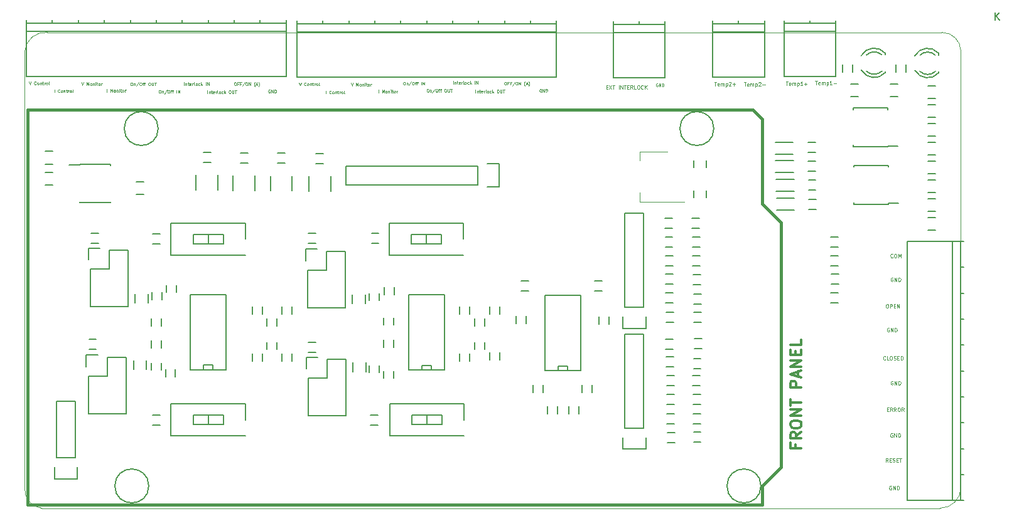
<source format=gto>
G04 #@! TF.FileFunction,Legend,Top*
%FSLAX46Y46*%
G04 Gerber Fmt 4.6, Leading zero omitted, Abs format (unit mm)*
G04 Created by KiCad (PCBNEW 4.0.2-stable) date Sunday, December 11, 2016 'AMt' 07:35:52 AM*
%MOMM*%
G01*
G04 APERTURE LIST*
%ADD10C,0.100000*%
%ADD11C,0.125000*%
%ADD12C,0.300000*%
%ADD13C,0.381000*%
%ADD14C,0.150000*%
%ADD15C,0.120000*%
G04 APERTURE END LIST*
D10*
D11*
X143923715Y-55573190D02*
X144209429Y-55573190D01*
X144066572Y-56073190D02*
X144066572Y-55573190D01*
X144566572Y-56049381D02*
X144518953Y-56073190D01*
X144423715Y-56073190D01*
X144376096Y-56049381D01*
X144352286Y-56001762D01*
X144352286Y-55811286D01*
X144376096Y-55763667D01*
X144423715Y-55739857D01*
X144518953Y-55739857D01*
X144566572Y-55763667D01*
X144590381Y-55811286D01*
X144590381Y-55858905D01*
X144352286Y-55906524D01*
X144804667Y-56073190D02*
X144804667Y-55739857D01*
X144804667Y-55787476D02*
X144828476Y-55763667D01*
X144876095Y-55739857D01*
X144947524Y-55739857D01*
X144995143Y-55763667D01*
X145018952Y-55811286D01*
X145018952Y-56073190D01*
X145018952Y-55811286D02*
X145042762Y-55763667D01*
X145090381Y-55739857D01*
X145161809Y-55739857D01*
X145209429Y-55763667D01*
X145233238Y-55811286D01*
X145233238Y-56073190D01*
X145471334Y-55739857D02*
X145471334Y-56239857D01*
X145471334Y-55763667D02*
X145518953Y-55739857D01*
X145614191Y-55739857D01*
X145661810Y-55763667D01*
X145685619Y-55787476D01*
X145709429Y-55835095D01*
X145709429Y-55977952D01*
X145685619Y-56025571D01*
X145661810Y-56049381D01*
X145614191Y-56073190D01*
X145518953Y-56073190D01*
X145471334Y-56049381D01*
X146185619Y-56073190D02*
X145899905Y-56073190D01*
X146042762Y-56073190D02*
X146042762Y-55573190D01*
X145995143Y-55644619D01*
X145947524Y-55692238D01*
X145899905Y-55716048D01*
X146399905Y-55882714D02*
X146780857Y-55882714D01*
X134323715Y-55773190D02*
X134609429Y-55773190D01*
X134466572Y-56273190D02*
X134466572Y-55773190D01*
X134966572Y-56249381D02*
X134918953Y-56273190D01*
X134823715Y-56273190D01*
X134776096Y-56249381D01*
X134752286Y-56201762D01*
X134752286Y-56011286D01*
X134776096Y-55963667D01*
X134823715Y-55939857D01*
X134918953Y-55939857D01*
X134966572Y-55963667D01*
X134990381Y-56011286D01*
X134990381Y-56058905D01*
X134752286Y-56106524D01*
X135204667Y-56273190D02*
X135204667Y-55939857D01*
X135204667Y-55987476D02*
X135228476Y-55963667D01*
X135276095Y-55939857D01*
X135347524Y-55939857D01*
X135395143Y-55963667D01*
X135418952Y-56011286D01*
X135418952Y-56273190D01*
X135418952Y-56011286D02*
X135442762Y-55963667D01*
X135490381Y-55939857D01*
X135561809Y-55939857D01*
X135609429Y-55963667D01*
X135633238Y-56011286D01*
X135633238Y-56273190D01*
X135871334Y-55939857D02*
X135871334Y-56439857D01*
X135871334Y-55963667D02*
X135918953Y-55939857D01*
X136014191Y-55939857D01*
X136061810Y-55963667D01*
X136085619Y-55987476D01*
X136109429Y-56035095D01*
X136109429Y-56177952D01*
X136085619Y-56225571D01*
X136061810Y-56249381D01*
X136014191Y-56273190D01*
X135918953Y-56273190D01*
X135871334Y-56249381D01*
X136299905Y-55820810D02*
X136323715Y-55797000D01*
X136371334Y-55773190D01*
X136490381Y-55773190D01*
X136538000Y-55797000D01*
X136561810Y-55820810D01*
X136585619Y-55868429D01*
X136585619Y-55916048D01*
X136561810Y-55987476D01*
X136276096Y-56273190D01*
X136585619Y-56273190D01*
X136799905Y-56082714D02*
X137180857Y-56082714D01*
X139973715Y-55673190D02*
X140259429Y-55673190D01*
X140116572Y-56173190D02*
X140116572Y-55673190D01*
X140616572Y-56149381D02*
X140568953Y-56173190D01*
X140473715Y-56173190D01*
X140426096Y-56149381D01*
X140402286Y-56101762D01*
X140402286Y-55911286D01*
X140426096Y-55863667D01*
X140473715Y-55839857D01*
X140568953Y-55839857D01*
X140616572Y-55863667D01*
X140640381Y-55911286D01*
X140640381Y-55958905D01*
X140402286Y-56006524D01*
X140854667Y-56173190D02*
X140854667Y-55839857D01*
X140854667Y-55887476D02*
X140878476Y-55863667D01*
X140926095Y-55839857D01*
X140997524Y-55839857D01*
X141045143Y-55863667D01*
X141068952Y-55911286D01*
X141068952Y-56173190D01*
X141068952Y-55911286D02*
X141092762Y-55863667D01*
X141140381Y-55839857D01*
X141211809Y-55839857D01*
X141259429Y-55863667D01*
X141283238Y-55911286D01*
X141283238Y-56173190D01*
X141521334Y-55839857D02*
X141521334Y-56339857D01*
X141521334Y-55863667D02*
X141568953Y-55839857D01*
X141664191Y-55839857D01*
X141711810Y-55863667D01*
X141735619Y-55887476D01*
X141759429Y-55935095D01*
X141759429Y-56077952D01*
X141735619Y-56125571D01*
X141711810Y-56149381D01*
X141664191Y-56173190D01*
X141568953Y-56173190D01*
X141521334Y-56149381D01*
X142235619Y-56173190D02*
X141949905Y-56173190D01*
X142092762Y-56173190D02*
X142092762Y-55673190D01*
X142045143Y-55744619D01*
X141997524Y-55792238D01*
X141949905Y-55816048D01*
X142449905Y-55982714D02*
X142830857Y-55982714D01*
X142640381Y-56173190D02*
X142640381Y-55792238D01*
X130323715Y-55723190D02*
X130609429Y-55723190D01*
X130466572Y-56223190D02*
X130466572Y-55723190D01*
X130966572Y-56199381D02*
X130918953Y-56223190D01*
X130823715Y-56223190D01*
X130776096Y-56199381D01*
X130752286Y-56151762D01*
X130752286Y-55961286D01*
X130776096Y-55913667D01*
X130823715Y-55889857D01*
X130918953Y-55889857D01*
X130966572Y-55913667D01*
X130990381Y-55961286D01*
X130990381Y-56008905D01*
X130752286Y-56056524D01*
X131204667Y-56223190D02*
X131204667Y-55889857D01*
X131204667Y-55937476D02*
X131228476Y-55913667D01*
X131276095Y-55889857D01*
X131347524Y-55889857D01*
X131395143Y-55913667D01*
X131418952Y-55961286D01*
X131418952Y-56223190D01*
X131418952Y-55961286D02*
X131442762Y-55913667D01*
X131490381Y-55889857D01*
X131561809Y-55889857D01*
X131609429Y-55913667D01*
X131633238Y-55961286D01*
X131633238Y-56223190D01*
X131871334Y-55889857D02*
X131871334Y-56389857D01*
X131871334Y-55913667D02*
X131918953Y-55889857D01*
X132014191Y-55889857D01*
X132061810Y-55913667D01*
X132085619Y-55937476D01*
X132109429Y-55985095D01*
X132109429Y-56127952D01*
X132085619Y-56175571D01*
X132061810Y-56199381D01*
X132014191Y-56223190D01*
X131918953Y-56223190D01*
X131871334Y-56199381D01*
X132299905Y-55770810D02*
X132323715Y-55747000D01*
X132371334Y-55723190D01*
X132490381Y-55723190D01*
X132538000Y-55747000D01*
X132561810Y-55770810D01*
X132585619Y-55818429D01*
X132585619Y-55866048D01*
X132561810Y-55937476D01*
X132276096Y-56223190D01*
X132585619Y-56223190D01*
X132799905Y-56032714D02*
X133180857Y-56032714D01*
X132990381Y-56223190D02*
X132990381Y-55842238D01*
D10*
X122683238Y-55947000D02*
X122645143Y-55927952D01*
X122588000Y-55927952D01*
X122530857Y-55947000D01*
X122492762Y-55985095D01*
X122473714Y-56023190D01*
X122454666Y-56099381D01*
X122454666Y-56156524D01*
X122473714Y-56232714D01*
X122492762Y-56270810D01*
X122530857Y-56308905D01*
X122588000Y-56327952D01*
X122626095Y-56327952D01*
X122683238Y-56308905D01*
X122702286Y-56289857D01*
X122702286Y-56156524D01*
X122626095Y-56156524D01*
X122873714Y-56327952D02*
X122873714Y-55927952D01*
X123102286Y-56327952D01*
X123102286Y-55927952D01*
X123292762Y-56327952D02*
X123292762Y-55927952D01*
X123388000Y-55927952D01*
X123445143Y-55947000D01*
X123483238Y-55985095D01*
X123502286Y-56023190D01*
X123521334Y-56099381D01*
X123521334Y-56156524D01*
X123502286Y-56232714D01*
X123483238Y-56270810D01*
X123445143Y-56308905D01*
X123388000Y-56327952D01*
X123292762Y-56327952D01*
D11*
X115749906Y-56411286D02*
X115916572Y-56411286D01*
X115988001Y-56673190D02*
X115749906Y-56673190D01*
X115749906Y-56173190D01*
X115988001Y-56173190D01*
X116154668Y-56173190D02*
X116488001Y-56673190D01*
X116488001Y-56173190D02*
X116154668Y-56673190D01*
X116607048Y-56173190D02*
X116892762Y-56173190D01*
X116749905Y-56673190D02*
X116749905Y-56173190D01*
X117440381Y-56673190D02*
X117440381Y-56173190D01*
X117678476Y-56673190D02*
X117678476Y-56173190D01*
X117964190Y-56673190D01*
X117964190Y-56173190D01*
X118130857Y-56173190D02*
X118416571Y-56173190D01*
X118273714Y-56673190D02*
X118273714Y-56173190D01*
X118583238Y-56411286D02*
X118749904Y-56411286D01*
X118821333Y-56673190D02*
X118583238Y-56673190D01*
X118583238Y-56173190D01*
X118821333Y-56173190D01*
X119321333Y-56673190D02*
X119154666Y-56435095D01*
X119035619Y-56673190D02*
X119035619Y-56173190D01*
X119226095Y-56173190D01*
X119273714Y-56197000D01*
X119297523Y-56220810D01*
X119321333Y-56268429D01*
X119321333Y-56339857D01*
X119297523Y-56387476D01*
X119273714Y-56411286D01*
X119226095Y-56435095D01*
X119035619Y-56435095D01*
X119773714Y-56673190D02*
X119535619Y-56673190D01*
X119535619Y-56173190D01*
X120035619Y-56173190D02*
X120130857Y-56173190D01*
X120178476Y-56197000D01*
X120226095Y-56244619D01*
X120249904Y-56339857D01*
X120249904Y-56506524D01*
X120226095Y-56601762D01*
X120178476Y-56649381D01*
X120130857Y-56673190D01*
X120035619Y-56673190D01*
X119988000Y-56649381D01*
X119940381Y-56601762D01*
X119916571Y-56506524D01*
X119916571Y-56339857D01*
X119940381Y-56244619D01*
X119988000Y-56197000D01*
X120035619Y-56173190D01*
X120749905Y-56625571D02*
X120726095Y-56649381D01*
X120654667Y-56673190D01*
X120607048Y-56673190D01*
X120535619Y-56649381D01*
X120488000Y-56601762D01*
X120464191Y-56554143D01*
X120440381Y-56458905D01*
X120440381Y-56387476D01*
X120464191Y-56292238D01*
X120488000Y-56244619D01*
X120535619Y-56197000D01*
X120607048Y-56173190D01*
X120654667Y-56173190D01*
X120726095Y-56197000D01*
X120749905Y-56220810D01*
X120964191Y-56673190D02*
X120964191Y-56173190D01*
X121249905Y-56673190D02*
X121035619Y-56387476D01*
X121249905Y-56173190D02*
X120964191Y-56458905D01*
D12*
X141280857Y-104661286D02*
X141280857Y-105161286D01*
X142066571Y-105161286D02*
X140566571Y-105161286D01*
X140566571Y-104447000D01*
X142066571Y-103018429D02*
X141352286Y-103518429D01*
X142066571Y-103875572D02*
X140566571Y-103875572D01*
X140566571Y-103304144D01*
X140638000Y-103161286D01*
X140709429Y-103089858D01*
X140852286Y-103018429D01*
X141066571Y-103018429D01*
X141209429Y-103089858D01*
X141280857Y-103161286D01*
X141352286Y-103304144D01*
X141352286Y-103875572D01*
X140566571Y-102089858D02*
X140566571Y-101804144D01*
X140638000Y-101661286D01*
X140780857Y-101518429D01*
X141066571Y-101447001D01*
X141566571Y-101447001D01*
X141852286Y-101518429D01*
X141995143Y-101661286D01*
X142066571Y-101804144D01*
X142066571Y-102089858D01*
X141995143Y-102232715D01*
X141852286Y-102375572D01*
X141566571Y-102447001D01*
X141066571Y-102447001D01*
X140780857Y-102375572D01*
X140638000Y-102232715D01*
X140566571Y-102089858D01*
X142066571Y-100804143D02*
X140566571Y-100804143D01*
X142066571Y-99947000D01*
X140566571Y-99947000D01*
X140566571Y-99447000D02*
X140566571Y-98589857D01*
X142066571Y-99018428D02*
X140566571Y-99018428D01*
X142066571Y-96947000D02*
X140566571Y-96947000D01*
X140566571Y-96375572D01*
X140638000Y-96232714D01*
X140709429Y-96161286D01*
X140852286Y-96089857D01*
X141066571Y-96089857D01*
X141209429Y-96161286D01*
X141280857Y-96232714D01*
X141352286Y-96375572D01*
X141352286Y-96947000D01*
X141638000Y-95518429D02*
X141638000Y-94804143D01*
X142066571Y-95661286D02*
X140566571Y-95161286D01*
X142066571Y-94661286D01*
X142066571Y-94161286D02*
X140566571Y-94161286D01*
X142066571Y-93304143D01*
X140566571Y-93304143D01*
X141280857Y-92589857D02*
X141280857Y-92089857D01*
X142066571Y-91875571D02*
X142066571Y-92589857D01*
X140566571Y-92589857D01*
X140566571Y-91875571D01*
X142066571Y-90518428D02*
X142066571Y-91232714D01*
X140566571Y-91232714D01*
D11*
X154204247Y-110303000D02*
X154156628Y-110279190D01*
X154085200Y-110279190D01*
X154013771Y-110303000D01*
X153966152Y-110350619D01*
X153942343Y-110398238D01*
X153918533Y-110493476D01*
X153918533Y-110564905D01*
X153942343Y-110660143D01*
X153966152Y-110707762D01*
X154013771Y-110755381D01*
X154085200Y-110779190D01*
X154132819Y-110779190D01*
X154204247Y-110755381D01*
X154228057Y-110731571D01*
X154228057Y-110564905D01*
X154132819Y-110564905D01*
X154442343Y-110779190D02*
X154442343Y-110279190D01*
X154728057Y-110779190D01*
X154728057Y-110279190D01*
X154966153Y-110779190D02*
X154966153Y-110279190D01*
X155085200Y-110279190D01*
X155156629Y-110303000D01*
X155204248Y-110350619D01*
X155228057Y-110398238D01*
X155251867Y-110493476D01*
X155251867Y-110564905D01*
X155228057Y-110660143D01*
X155204248Y-110707762D01*
X155156629Y-110755381D01*
X155085200Y-110779190D01*
X154966153Y-110779190D01*
X154356647Y-103191000D02*
X154309028Y-103167190D01*
X154237600Y-103167190D01*
X154166171Y-103191000D01*
X154118552Y-103238619D01*
X154094743Y-103286238D01*
X154070933Y-103381476D01*
X154070933Y-103452905D01*
X154094743Y-103548143D01*
X154118552Y-103595762D01*
X154166171Y-103643381D01*
X154237600Y-103667190D01*
X154285219Y-103667190D01*
X154356647Y-103643381D01*
X154380457Y-103619571D01*
X154380457Y-103452905D01*
X154285219Y-103452905D01*
X154594743Y-103667190D02*
X154594743Y-103167190D01*
X154880457Y-103667190D01*
X154880457Y-103167190D01*
X155118553Y-103667190D02*
X155118553Y-103167190D01*
X155237600Y-103167190D01*
X155309029Y-103191000D01*
X155356648Y-103238619D01*
X155380457Y-103286238D01*
X155404267Y-103381476D01*
X155404267Y-103452905D01*
X155380457Y-103548143D01*
X155356648Y-103595762D01*
X155309029Y-103643381D01*
X155237600Y-103667190D01*
X155118553Y-103667190D01*
X154407447Y-96129800D02*
X154359828Y-96105990D01*
X154288400Y-96105990D01*
X154216971Y-96129800D01*
X154169352Y-96177419D01*
X154145543Y-96225038D01*
X154121733Y-96320276D01*
X154121733Y-96391705D01*
X154145543Y-96486943D01*
X154169352Y-96534562D01*
X154216971Y-96582181D01*
X154288400Y-96605990D01*
X154336019Y-96605990D01*
X154407447Y-96582181D01*
X154431257Y-96558371D01*
X154431257Y-96391705D01*
X154336019Y-96391705D01*
X154645543Y-96605990D02*
X154645543Y-96105990D01*
X154931257Y-96605990D01*
X154931257Y-96105990D01*
X155169353Y-96605990D02*
X155169353Y-96105990D01*
X155288400Y-96105990D01*
X155359829Y-96129800D01*
X155407448Y-96177419D01*
X155431257Y-96225038D01*
X155455067Y-96320276D01*
X155455067Y-96391705D01*
X155431257Y-96486943D01*
X155407448Y-96534562D01*
X155359829Y-96582181D01*
X155288400Y-96605990D01*
X155169353Y-96605990D01*
X153899447Y-88967000D02*
X153851828Y-88943190D01*
X153780400Y-88943190D01*
X153708971Y-88967000D01*
X153661352Y-89014619D01*
X153637543Y-89062238D01*
X153613733Y-89157476D01*
X153613733Y-89228905D01*
X153637543Y-89324143D01*
X153661352Y-89371762D01*
X153708971Y-89419381D01*
X153780400Y-89443190D01*
X153828019Y-89443190D01*
X153899447Y-89419381D01*
X153923257Y-89395571D01*
X153923257Y-89228905D01*
X153828019Y-89228905D01*
X154137543Y-89443190D02*
X154137543Y-88943190D01*
X154423257Y-89443190D01*
X154423257Y-88943190D01*
X154661353Y-89443190D02*
X154661353Y-88943190D01*
X154780400Y-88943190D01*
X154851829Y-88967000D01*
X154899448Y-89014619D01*
X154923257Y-89062238D01*
X154947067Y-89157476D01*
X154947067Y-89228905D01*
X154923257Y-89324143D01*
X154899448Y-89371762D01*
X154851829Y-89419381D01*
X154780400Y-89443190D01*
X154661353Y-89443190D01*
X154407447Y-82159800D02*
X154359828Y-82135990D01*
X154288400Y-82135990D01*
X154216971Y-82159800D01*
X154169352Y-82207419D01*
X154145543Y-82255038D01*
X154121733Y-82350276D01*
X154121733Y-82421705D01*
X154145543Y-82516943D01*
X154169352Y-82564562D01*
X154216971Y-82612181D01*
X154288400Y-82635990D01*
X154336019Y-82635990D01*
X154407447Y-82612181D01*
X154431257Y-82588371D01*
X154431257Y-82421705D01*
X154336019Y-82421705D01*
X154645543Y-82635990D02*
X154645543Y-82135990D01*
X154931257Y-82635990D01*
X154931257Y-82135990D01*
X155169353Y-82635990D02*
X155169353Y-82135990D01*
X155288400Y-82135990D01*
X155359829Y-82159800D01*
X155407448Y-82207419D01*
X155431257Y-82255038D01*
X155455067Y-82350276D01*
X155455067Y-82421705D01*
X155431257Y-82516943D01*
X155407448Y-82564562D01*
X155359829Y-82612181D01*
X155288400Y-82635990D01*
X155169353Y-82635990D01*
X153618553Y-99950886D02*
X153785219Y-99950886D01*
X153856648Y-100212790D02*
X153618553Y-100212790D01*
X153618553Y-99712790D01*
X153856648Y-99712790D01*
X154356648Y-100212790D02*
X154189981Y-99974695D01*
X154070934Y-100212790D02*
X154070934Y-99712790D01*
X154261410Y-99712790D01*
X154309029Y-99736600D01*
X154332838Y-99760410D01*
X154356648Y-99808029D01*
X154356648Y-99879457D01*
X154332838Y-99927076D01*
X154309029Y-99950886D01*
X154261410Y-99974695D01*
X154070934Y-99974695D01*
X154856648Y-100212790D02*
X154689981Y-99974695D01*
X154570934Y-100212790D02*
X154570934Y-99712790D01*
X154761410Y-99712790D01*
X154809029Y-99736600D01*
X154832838Y-99760410D01*
X154856648Y-99808029D01*
X154856648Y-99879457D01*
X154832838Y-99927076D01*
X154809029Y-99950886D01*
X154761410Y-99974695D01*
X154570934Y-99974695D01*
X155166172Y-99712790D02*
X155261410Y-99712790D01*
X155309029Y-99736600D01*
X155356648Y-99784219D01*
X155380457Y-99879457D01*
X155380457Y-100046124D01*
X155356648Y-100141362D01*
X155309029Y-100188981D01*
X155261410Y-100212790D01*
X155166172Y-100212790D01*
X155118553Y-100188981D01*
X155070934Y-100141362D01*
X155047124Y-100046124D01*
X155047124Y-99879457D01*
X155070934Y-99784219D01*
X155118553Y-99736600D01*
X155166172Y-99712790D01*
X155880458Y-100212790D02*
X155713791Y-99974695D01*
X155594744Y-100212790D02*
X155594744Y-99712790D01*
X155785220Y-99712790D01*
X155832839Y-99736600D01*
X155856648Y-99760410D01*
X155880458Y-99808029D01*
X155880458Y-99879457D01*
X155856648Y-99927076D01*
X155832839Y-99950886D01*
X155785220Y-99974695D01*
X155594744Y-99974695D01*
X153757410Y-107019990D02*
X153590743Y-106781895D01*
X153471696Y-107019990D02*
X153471696Y-106519990D01*
X153662172Y-106519990D01*
X153709791Y-106543800D01*
X153733600Y-106567610D01*
X153757410Y-106615229D01*
X153757410Y-106686657D01*
X153733600Y-106734276D01*
X153709791Y-106758086D01*
X153662172Y-106781895D01*
X153471696Y-106781895D01*
X153971696Y-106758086D02*
X154138362Y-106758086D01*
X154209791Y-107019990D02*
X153971696Y-107019990D01*
X153971696Y-106519990D01*
X154209791Y-106519990D01*
X154400267Y-106996181D02*
X154471696Y-107019990D01*
X154590743Y-107019990D01*
X154638362Y-106996181D01*
X154662172Y-106972371D01*
X154685981Y-106924752D01*
X154685981Y-106877133D01*
X154662172Y-106829514D01*
X154638362Y-106805705D01*
X154590743Y-106781895D01*
X154495505Y-106758086D01*
X154447886Y-106734276D01*
X154424077Y-106710467D01*
X154400267Y-106662848D01*
X154400267Y-106615229D01*
X154424077Y-106567610D01*
X154447886Y-106543800D01*
X154495505Y-106519990D01*
X154614553Y-106519990D01*
X154685981Y-106543800D01*
X154900267Y-106758086D02*
X155066933Y-106758086D01*
X155138362Y-107019990D02*
X154900267Y-107019990D01*
X154900267Y-106519990D01*
X155138362Y-106519990D01*
X155281219Y-106519990D02*
X155566933Y-106519990D01*
X155424076Y-107019990D02*
X155424076Y-106519990D01*
X153408991Y-93205571D02*
X153385181Y-93229381D01*
X153313753Y-93253190D01*
X153266134Y-93253190D01*
X153194705Y-93229381D01*
X153147086Y-93181762D01*
X153123277Y-93134143D01*
X153099467Y-93038905D01*
X153099467Y-92967476D01*
X153123277Y-92872238D01*
X153147086Y-92824619D01*
X153194705Y-92777000D01*
X153266134Y-92753190D01*
X153313753Y-92753190D01*
X153385181Y-92777000D01*
X153408991Y-92800810D01*
X153861372Y-93253190D02*
X153623277Y-93253190D01*
X153623277Y-92753190D01*
X154123277Y-92753190D02*
X154218515Y-92753190D01*
X154266134Y-92777000D01*
X154313753Y-92824619D01*
X154337562Y-92919857D01*
X154337562Y-93086524D01*
X154313753Y-93181762D01*
X154266134Y-93229381D01*
X154218515Y-93253190D01*
X154123277Y-93253190D01*
X154075658Y-93229381D01*
X154028039Y-93181762D01*
X154004229Y-93086524D01*
X154004229Y-92919857D01*
X154028039Y-92824619D01*
X154075658Y-92777000D01*
X154123277Y-92753190D01*
X154528039Y-93229381D02*
X154599468Y-93253190D01*
X154718515Y-93253190D01*
X154766134Y-93229381D01*
X154789944Y-93205571D01*
X154813753Y-93157952D01*
X154813753Y-93110333D01*
X154789944Y-93062714D01*
X154766134Y-93038905D01*
X154718515Y-93015095D01*
X154623277Y-92991286D01*
X154575658Y-92967476D01*
X154551849Y-92943667D01*
X154528039Y-92896048D01*
X154528039Y-92848429D01*
X154551849Y-92800810D01*
X154575658Y-92777000D01*
X154623277Y-92753190D01*
X154742325Y-92753190D01*
X154813753Y-92777000D01*
X155028039Y-92991286D02*
X155194705Y-92991286D01*
X155266134Y-93253190D02*
X155028039Y-93253190D01*
X155028039Y-92753190D01*
X155266134Y-92753190D01*
X155480420Y-93253190D02*
X155480420Y-92753190D01*
X155599467Y-92753190D01*
X155670896Y-92777000D01*
X155718515Y-92824619D01*
X155742324Y-92872238D01*
X155766134Y-92967476D01*
X155766134Y-93038905D01*
X155742324Y-93134143D01*
X155718515Y-93181762D01*
X155670896Y-93229381D01*
X155599467Y-93253190D01*
X155480420Y-93253190D01*
X153596286Y-85742790D02*
X153691524Y-85742790D01*
X153739143Y-85766600D01*
X153786762Y-85814219D01*
X153810571Y-85909457D01*
X153810571Y-86076124D01*
X153786762Y-86171362D01*
X153739143Y-86218981D01*
X153691524Y-86242790D01*
X153596286Y-86242790D01*
X153548667Y-86218981D01*
X153501048Y-86171362D01*
X153477238Y-86076124D01*
X153477238Y-85909457D01*
X153501048Y-85814219D01*
X153548667Y-85766600D01*
X153596286Y-85742790D01*
X154024858Y-86242790D02*
X154024858Y-85742790D01*
X154215334Y-85742790D01*
X154262953Y-85766600D01*
X154286762Y-85790410D01*
X154310572Y-85838029D01*
X154310572Y-85909457D01*
X154286762Y-85957076D01*
X154262953Y-85980886D01*
X154215334Y-86004695D01*
X154024858Y-86004695D01*
X154524858Y-85980886D02*
X154691524Y-85980886D01*
X154762953Y-86242790D02*
X154524858Y-86242790D01*
X154524858Y-85742790D01*
X154762953Y-85742790D01*
X154977239Y-86242790D02*
X154977239Y-85742790D01*
X155262953Y-86242790D01*
X155262953Y-85742790D01*
X154395543Y-79387971D02*
X154371733Y-79411781D01*
X154300305Y-79435590D01*
X154252686Y-79435590D01*
X154181257Y-79411781D01*
X154133638Y-79364162D01*
X154109829Y-79316543D01*
X154086019Y-79221305D01*
X154086019Y-79149876D01*
X154109829Y-79054638D01*
X154133638Y-79007019D01*
X154181257Y-78959400D01*
X154252686Y-78935590D01*
X154300305Y-78935590D01*
X154371733Y-78959400D01*
X154395543Y-78983210D01*
X154705067Y-78935590D02*
X154800305Y-78935590D01*
X154847924Y-78959400D01*
X154895543Y-79007019D01*
X154919352Y-79102257D01*
X154919352Y-79268924D01*
X154895543Y-79364162D01*
X154847924Y-79411781D01*
X154800305Y-79435590D01*
X154705067Y-79435590D01*
X154657448Y-79411781D01*
X154609829Y-79364162D01*
X154586019Y-79268924D01*
X154586019Y-79102257D01*
X154609829Y-79007019D01*
X154657448Y-78959400D01*
X154705067Y-78935590D01*
X155133639Y-79435590D02*
X155133639Y-78935590D01*
X155300305Y-79292733D01*
X155466972Y-78935590D01*
X155466972Y-79435590D01*
D10*
X70409638Y-56797100D02*
X70371543Y-56778052D01*
X70314400Y-56778052D01*
X70257257Y-56797100D01*
X70219162Y-56835195D01*
X70200114Y-56873290D01*
X70181066Y-56949481D01*
X70181066Y-57006624D01*
X70200114Y-57082814D01*
X70219162Y-57120910D01*
X70257257Y-57159005D01*
X70314400Y-57178052D01*
X70352495Y-57178052D01*
X70409638Y-57159005D01*
X70428686Y-57139957D01*
X70428686Y-57006624D01*
X70352495Y-57006624D01*
X70600114Y-57178052D02*
X70600114Y-56778052D01*
X70828686Y-57178052D01*
X70828686Y-56778052D01*
X71019162Y-57178052D02*
X71019162Y-56778052D01*
X71114400Y-56778052D01*
X71171543Y-56797100D01*
X71209638Y-56835195D01*
X71228686Y-56873290D01*
X71247734Y-56949481D01*
X71247734Y-57006624D01*
X71228686Y-57082814D01*
X71209638Y-57120910D01*
X71171543Y-57159005D01*
X71114400Y-57178052D01*
X71019162Y-57178052D01*
X107595162Y-57044700D02*
X107633257Y-57063748D01*
X107690400Y-57063748D01*
X107747543Y-57044700D01*
X107785638Y-57006605D01*
X107804686Y-56968510D01*
X107823734Y-56892319D01*
X107823734Y-56835176D01*
X107804686Y-56758986D01*
X107785638Y-56720890D01*
X107747543Y-56682795D01*
X107690400Y-56663748D01*
X107652305Y-56663748D01*
X107595162Y-56682795D01*
X107576114Y-56701843D01*
X107576114Y-56835176D01*
X107652305Y-56835176D01*
X107404686Y-56663748D02*
X107404686Y-57063748D01*
X107176114Y-56663748D01*
X107176114Y-57063748D01*
X106985638Y-56663748D02*
X106985638Y-57063748D01*
X106890400Y-57063748D01*
X106833257Y-57044700D01*
X106795162Y-57006605D01*
X106776114Y-56968510D01*
X106757066Y-56892319D01*
X106757066Y-56835176D01*
X106776114Y-56758986D01*
X106795162Y-56720890D01*
X106833257Y-56682795D01*
X106890400Y-56663748D01*
X106985638Y-56663748D01*
X102109000Y-55724152D02*
X102185190Y-55724152D01*
X102223285Y-55743200D01*
X102261381Y-55781295D01*
X102280428Y-55857486D01*
X102280428Y-55990819D01*
X102261381Y-56067010D01*
X102223285Y-56105105D01*
X102185190Y-56124152D01*
X102109000Y-56124152D01*
X102070904Y-56105105D01*
X102032809Y-56067010D01*
X102013761Y-55990819D01*
X102013761Y-55857486D01*
X102032809Y-55781295D01*
X102070904Y-55743200D01*
X102109000Y-55724152D01*
X102585190Y-55914629D02*
X102451857Y-55914629D01*
X102451857Y-56124152D02*
X102451857Y-55724152D01*
X102642333Y-55724152D01*
X102928047Y-55914629D02*
X102794714Y-55914629D01*
X102794714Y-56124152D02*
X102794714Y-55724152D01*
X102985190Y-55724152D01*
X103423285Y-55705105D02*
X103080428Y-56219390D01*
X103632810Y-55724152D02*
X103709000Y-55724152D01*
X103747095Y-55743200D01*
X103785191Y-55781295D01*
X103804238Y-55857486D01*
X103804238Y-55990819D01*
X103785191Y-56067010D01*
X103747095Y-56105105D01*
X103709000Y-56124152D01*
X103632810Y-56124152D01*
X103594714Y-56105105D01*
X103556619Y-56067010D01*
X103537571Y-55990819D01*
X103537571Y-55857486D01*
X103556619Y-55781295D01*
X103594714Y-55743200D01*
X103632810Y-55724152D01*
X103975667Y-56124152D02*
X103975667Y-55724152D01*
X104204239Y-56124152D01*
X104204239Y-55724152D01*
X104813763Y-56276533D02*
X104794715Y-56257486D01*
X104756620Y-56200343D01*
X104737572Y-56162248D01*
X104718525Y-56105105D01*
X104699477Y-56009867D01*
X104699477Y-55933676D01*
X104718525Y-55838438D01*
X104737572Y-55781295D01*
X104756620Y-55743200D01*
X104794715Y-55686057D01*
X104813763Y-55667010D01*
X104947096Y-56009867D02*
X105137573Y-56009867D01*
X104909001Y-56124152D02*
X105042335Y-55724152D01*
X105175668Y-56124152D01*
X105270906Y-56276533D02*
X105289953Y-56257486D01*
X105328049Y-56200343D01*
X105347096Y-56162248D01*
X105366144Y-56105105D01*
X105385192Y-56009867D01*
X105385192Y-55933676D01*
X105366144Y-55838438D01*
X105347096Y-55781295D01*
X105328049Y-55743200D01*
X105289953Y-55686057D01*
X105270906Y-55667010D01*
X98118066Y-57178052D02*
X98118066Y-56778052D01*
X98308542Y-56911386D02*
X98308542Y-57178052D01*
X98308542Y-56949481D02*
X98327590Y-56930433D01*
X98365685Y-56911386D01*
X98422828Y-56911386D01*
X98460923Y-56930433D01*
X98479971Y-56968529D01*
X98479971Y-57178052D01*
X98613304Y-56911386D02*
X98765685Y-56911386D01*
X98670447Y-56778052D02*
X98670447Y-57120910D01*
X98689495Y-57159005D01*
X98727590Y-57178052D01*
X98765685Y-57178052D01*
X99051399Y-57159005D02*
X99013304Y-57178052D01*
X98937113Y-57178052D01*
X98899018Y-57159005D01*
X98879970Y-57120910D01*
X98879970Y-56968529D01*
X98899018Y-56930433D01*
X98937113Y-56911386D01*
X99013304Y-56911386D01*
X99051399Y-56930433D01*
X99070447Y-56968529D01*
X99070447Y-57006624D01*
X98879970Y-57044719D01*
X99241875Y-57178052D02*
X99241875Y-56911386D01*
X99241875Y-56987576D02*
X99260923Y-56949481D01*
X99279970Y-56930433D01*
X99318066Y-56911386D01*
X99356161Y-56911386D01*
X99546637Y-57178052D02*
X99508542Y-57159005D01*
X99489494Y-57120910D01*
X99489494Y-56778052D01*
X99756161Y-57178052D02*
X99718066Y-57159005D01*
X99699018Y-57139957D01*
X99679970Y-57101862D01*
X99679970Y-56987576D01*
X99699018Y-56949481D01*
X99718066Y-56930433D01*
X99756161Y-56911386D01*
X99813304Y-56911386D01*
X99851399Y-56930433D01*
X99870447Y-56949481D01*
X99889494Y-56987576D01*
X99889494Y-57101862D01*
X99870447Y-57139957D01*
X99851399Y-57159005D01*
X99813304Y-57178052D01*
X99756161Y-57178052D01*
X100232352Y-57159005D02*
X100194256Y-57178052D01*
X100118066Y-57178052D01*
X100079971Y-57159005D01*
X100060923Y-57139957D01*
X100041875Y-57101862D01*
X100041875Y-56987576D01*
X100060923Y-56949481D01*
X100079971Y-56930433D01*
X100118066Y-56911386D01*
X100194256Y-56911386D01*
X100232352Y-56930433D01*
X100403780Y-57178052D02*
X100403780Y-56778052D01*
X100441875Y-57025671D02*
X100556161Y-57178052D01*
X100556161Y-56911386D02*
X100403780Y-57063767D01*
X101108543Y-56778052D02*
X101184733Y-56778052D01*
X101222828Y-56797100D01*
X101260924Y-56835195D01*
X101279971Y-56911386D01*
X101279971Y-57044719D01*
X101260924Y-57120910D01*
X101222828Y-57159005D01*
X101184733Y-57178052D01*
X101108543Y-57178052D01*
X101070447Y-57159005D01*
X101032352Y-57120910D01*
X101013304Y-57044719D01*
X101013304Y-56911386D01*
X101032352Y-56835195D01*
X101070447Y-56797100D01*
X101108543Y-56778052D01*
X101451400Y-56778052D02*
X101451400Y-57101862D01*
X101470448Y-57139957D01*
X101489495Y-57159005D01*
X101527591Y-57178052D01*
X101603781Y-57178052D01*
X101641876Y-57159005D01*
X101660924Y-57139957D01*
X101679972Y-57101862D01*
X101679972Y-56778052D01*
X101813305Y-56778052D02*
X102041877Y-56778052D01*
X101927591Y-57178052D02*
X101927591Y-56778052D01*
X95108133Y-55996952D02*
X95108133Y-55596952D01*
X95298609Y-55730286D02*
X95298609Y-55996952D01*
X95298609Y-55768381D02*
X95317657Y-55749333D01*
X95355752Y-55730286D01*
X95412895Y-55730286D01*
X95450990Y-55749333D01*
X95470038Y-55787429D01*
X95470038Y-55996952D01*
X95603371Y-55730286D02*
X95755752Y-55730286D01*
X95660514Y-55596952D02*
X95660514Y-55939810D01*
X95679562Y-55977905D01*
X95717657Y-55996952D01*
X95755752Y-55996952D01*
X96041466Y-55977905D02*
X96003371Y-55996952D01*
X95927180Y-55996952D01*
X95889085Y-55977905D01*
X95870037Y-55939810D01*
X95870037Y-55787429D01*
X95889085Y-55749333D01*
X95927180Y-55730286D01*
X96003371Y-55730286D01*
X96041466Y-55749333D01*
X96060514Y-55787429D01*
X96060514Y-55825524D01*
X95870037Y-55863619D01*
X96231942Y-55996952D02*
X96231942Y-55730286D01*
X96231942Y-55806476D02*
X96250990Y-55768381D01*
X96270037Y-55749333D01*
X96308133Y-55730286D01*
X96346228Y-55730286D01*
X96536704Y-55996952D02*
X96498609Y-55977905D01*
X96479561Y-55939810D01*
X96479561Y-55596952D01*
X96746228Y-55996952D02*
X96708133Y-55977905D01*
X96689085Y-55958857D01*
X96670037Y-55920762D01*
X96670037Y-55806476D01*
X96689085Y-55768381D01*
X96708133Y-55749333D01*
X96746228Y-55730286D01*
X96803371Y-55730286D01*
X96841466Y-55749333D01*
X96860514Y-55768381D01*
X96879561Y-55806476D01*
X96879561Y-55920762D01*
X96860514Y-55958857D01*
X96841466Y-55977905D01*
X96803371Y-55996952D01*
X96746228Y-55996952D01*
X97222419Y-55977905D02*
X97184323Y-55996952D01*
X97108133Y-55996952D01*
X97070038Y-55977905D01*
X97050990Y-55958857D01*
X97031942Y-55920762D01*
X97031942Y-55806476D01*
X97050990Y-55768381D01*
X97070038Y-55749333D01*
X97108133Y-55730286D01*
X97184323Y-55730286D01*
X97222419Y-55749333D01*
X97393847Y-55996952D02*
X97393847Y-55596952D01*
X97431942Y-55844571D02*
X97546228Y-55996952D01*
X97546228Y-55730286D02*
X97393847Y-55882667D01*
X98022419Y-55996952D02*
X98022419Y-55596952D01*
X98212895Y-55996952D02*
X98212895Y-55596952D01*
X98441467Y-55996952D01*
X98441467Y-55596952D01*
X88478691Y-55711252D02*
X88554881Y-55711252D01*
X88592976Y-55730300D01*
X88631072Y-55768395D01*
X88650119Y-55844586D01*
X88650119Y-55977919D01*
X88631072Y-56054110D01*
X88592976Y-56092205D01*
X88554881Y-56111252D01*
X88478691Y-56111252D01*
X88440595Y-56092205D01*
X88402500Y-56054110D01*
X88383452Y-55977919D01*
X88383452Y-55844586D01*
X88402500Y-55768395D01*
X88440595Y-55730300D01*
X88478691Y-55711252D01*
X88821548Y-55844586D02*
X88821548Y-56111252D01*
X88821548Y-55882681D02*
X88840596Y-55863633D01*
X88878691Y-55844586D01*
X88935834Y-55844586D01*
X88973929Y-55863633D01*
X88992977Y-55901729D01*
X88992977Y-56111252D01*
X89469167Y-55692205D02*
X89126310Y-56206490D01*
X89678692Y-55711252D02*
X89754882Y-55711252D01*
X89792977Y-55730300D01*
X89831073Y-55768395D01*
X89850120Y-55844586D01*
X89850120Y-55977919D01*
X89831073Y-56054110D01*
X89792977Y-56092205D01*
X89754882Y-56111252D01*
X89678692Y-56111252D01*
X89640596Y-56092205D01*
X89602501Y-56054110D01*
X89583453Y-55977919D01*
X89583453Y-55844586D01*
X89602501Y-55768395D01*
X89640596Y-55730300D01*
X89678692Y-55711252D01*
X89964406Y-55844586D02*
X90116787Y-55844586D01*
X90021549Y-56111252D02*
X90021549Y-55768395D01*
X90040597Y-55730300D01*
X90078692Y-55711252D01*
X90116787Y-55711252D01*
X90192977Y-55844586D02*
X90345358Y-55844586D01*
X90250120Y-56111252D02*
X90250120Y-55768395D01*
X90269168Y-55730300D01*
X90307263Y-55711252D01*
X90345358Y-55711252D01*
X90783453Y-56111252D02*
X90783453Y-55711252D01*
X90973929Y-56111252D02*
X90973929Y-55711252D01*
X91202501Y-56111252D01*
X91202501Y-55711252D01*
X91641024Y-56663752D02*
X91717214Y-56663752D01*
X91755309Y-56682800D01*
X91793405Y-56720895D01*
X91812452Y-56797086D01*
X91812452Y-56930419D01*
X91793405Y-57006610D01*
X91755309Y-57044705D01*
X91717214Y-57063752D01*
X91641024Y-57063752D01*
X91602928Y-57044705D01*
X91564833Y-57006610D01*
X91545785Y-56930419D01*
X91545785Y-56797086D01*
X91564833Y-56720895D01*
X91602928Y-56682800D01*
X91641024Y-56663752D01*
X91983881Y-56797086D02*
X91983881Y-57063752D01*
X91983881Y-56835181D02*
X92002929Y-56816133D01*
X92041024Y-56797086D01*
X92098167Y-56797086D01*
X92136262Y-56816133D01*
X92155310Y-56854229D01*
X92155310Y-57063752D01*
X92631500Y-56644705D02*
X92288643Y-57158990D01*
X92841025Y-56663752D02*
X92917215Y-56663752D01*
X92955310Y-56682800D01*
X92993406Y-56720895D01*
X93012453Y-56797086D01*
X93012453Y-56930419D01*
X92993406Y-57006610D01*
X92955310Y-57044705D01*
X92917215Y-57063752D01*
X92841025Y-57063752D01*
X92802929Y-57044705D01*
X92764834Y-57006610D01*
X92745786Y-56930419D01*
X92745786Y-56797086D01*
X92764834Y-56720895D01*
X92802929Y-56682800D01*
X92841025Y-56663752D01*
X93126739Y-56797086D02*
X93279120Y-56797086D01*
X93183882Y-57063752D02*
X93183882Y-56720895D01*
X93202930Y-56682800D01*
X93241025Y-56663752D01*
X93279120Y-56663752D01*
X93355310Y-56797086D02*
X93507691Y-56797086D01*
X93412453Y-57063752D02*
X93412453Y-56720895D01*
X93431501Y-56682800D01*
X93469596Y-56663752D01*
X93507691Y-56663752D01*
X94021977Y-56663752D02*
X94098167Y-56663752D01*
X94136262Y-56682800D01*
X94174358Y-56720895D01*
X94193405Y-56797086D01*
X94193405Y-56930419D01*
X94174358Y-57006610D01*
X94136262Y-57044705D01*
X94098167Y-57063752D01*
X94021977Y-57063752D01*
X93983881Y-57044705D01*
X93945786Y-57006610D01*
X93926738Y-56930419D01*
X93926738Y-56797086D01*
X93945786Y-56720895D01*
X93983881Y-56682800D01*
X94021977Y-56663752D01*
X94364834Y-56663752D02*
X94364834Y-56987562D01*
X94383882Y-57025657D01*
X94402929Y-57044705D01*
X94441025Y-57063752D01*
X94517215Y-57063752D01*
X94555310Y-57044705D01*
X94574358Y-57025657D01*
X94593406Y-56987562D01*
X94593406Y-56663752D01*
X94726739Y-56663752D02*
X94955311Y-56663752D01*
X94841025Y-57063752D02*
X94841025Y-56663752D01*
X85040157Y-57178052D02*
X85040157Y-56778052D01*
X85535395Y-57178052D02*
X85535395Y-56778052D01*
X85668728Y-57063767D01*
X85802062Y-56778052D01*
X85802062Y-57178052D01*
X86049681Y-57178052D02*
X86011586Y-57159005D01*
X85992538Y-57139957D01*
X85973490Y-57101862D01*
X85973490Y-56987576D01*
X85992538Y-56949481D01*
X86011586Y-56930433D01*
X86049681Y-56911386D01*
X86106824Y-56911386D01*
X86144919Y-56930433D01*
X86163967Y-56949481D01*
X86183014Y-56987576D01*
X86183014Y-57101862D01*
X86163967Y-57139957D01*
X86144919Y-57159005D01*
X86106824Y-57178052D01*
X86049681Y-57178052D01*
X86354443Y-56911386D02*
X86354443Y-57178052D01*
X86354443Y-56949481D02*
X86373491Y-56930433D01*
X86411586Y-56911386D01*
X86468729Y-56911386D01*
X86506824Y-56930433D01*
X86525872Y-56968529D01*
X86525872Y-57178052D01*
X86716348Y-57178052D02*
X86716348Y-56911386D01*
X86716348Y-56778052D02*
X86697300Y-56797100D01*
X86716348Y-56816148D01*
X86735396Y-56797100D01*
X86716348Y-56778052D01*
X86716348Y-56816148D01*
X86849681Y-56911386D02*
X87002062Y-56911386D01*
X86906824Y-56778052D02*
X86906824Y-57120910D01*
X86925872Y-57159005D01*
X86963967Y-57178052D01*
X87002062Y-57178052D01*
X87192538Y-57178052D02*
X87154443Y-57159005D01*
X87135395Y-57139957D01*
X87116347Y-57101862D01*
X87116347Y-56987576D01*
X87135395Y-56949481D01*
X87154443Y-56930433D01*
X87192538Y-56911386D01*
X87249681Y-56911386D01*
X87287776Y-56930433D01*
X87306824Y-56949481D01*
X87325871Y-56987576D01*
X87325871Y-57101862D01*
X87306824Y-57139957D01*
X87287776Y-57159005D01*
X87249681Y-57178052D01*
X87192538Y-57178052D01*
X87497300Y-57178052D02*
X87497300Y-56911386D01*
X87497300Y-56987576D02*
X87516348Y-56949481D01*
X87535395Y-56930433D01*
X87573491Y-56911386D01*
X87611586Y-56911386D01*
X81325424Y-55863652D02*
X81458758Y-56263652D01*
X81592091Y-55863652D01*
X82030186Y-56263652D02*
X82030186Y-55863652D01*
X82163519Y-56149367D01*
X82296853Y-55863652D01*
X82296853Y-56263652D01*
X82544472Y-56263652D02*
X82506377Y-56244605D01*
X82487329Y-56225557D01*
X82468281Y-56187462D01*
X82468281Y-56073176D01*
X82487329Y-56035081D01*
X82506377Y-56016033D01*
X82544472Y-55996986D01*
X82601615Y-55996986D01*
X82639710Y-56016033D01*
X82658758Y-56035081D01*
X82677805Y-56073176D01*
X82677805Y-56187462D01*
X82658758Y-56225557D01*
X82639710Y-56244605D01*
X82601615Y-56263652D01*
X82544472Y-56263652D01*
X82849234Y-55996986D02*
X82849234Y-56263652D01*
X82849234Y-56035081D02*
X82868282Y-56016033D01*
X82906377Y-55996986D01*
X82963520Y-55996986D01*
X83001615Y-56016033D01*
X83020663Y-56054129D01*
X83020663Y-56263652D01*
X83211139Y-56263652D02*
X83211139Y-55996986D01*
X83211139Y-55863652D02*
X83192091Y-55882700D01*
X83211139Y-55901748D01*
X83230187Y-55882700D01*
X83211139Y-55863652D01*
X83211139Y-55901748D01*
X83344472Y-55996986D02*
X83496853Y-55996986D01*
X83401615Y-55863652D02*
X83401615Y-56206510D01*
X83420663Y-56244605D01*
X83458758Y-56263652D01*
X83496853Y-56263652D01*
X83687329Y-56263652D02*
X83649234Y-56244605D01*
X83630186Y-56225557D01*
X83611138Y-56187462D01*
X83611138Y-56073176D01*
X83630186Y-56035081D01*
X83649234Y-56016033D01*
X83687329Y-55996986D01*
X83744472Y-55996986D01*
X83782567Y-56016033D01*
X83801615Y-56035081D01*
X83820662Y-56073176D01*
X83820662Y-56187462D01*
X83801615Y-56225557D01*
X83782567Y-56244605D01*
X83744472Y-56263652D01*
X83687329Y-56263652D01*
X83992091Y-56263652D02*
X83992091Y-55996986D01*
X83992091Y-56073176D02*
X84011139Y-56035081D01*
X84030186Y-56016033D01*
X84068282Y-55996986D01*
X84106377Y-55996986D01*
X77934505Y-57292352D02*
X77934505Y-56892352D01*
X78658315Y-57254257D02*
X78639267Y-57273305D01*
X78582124Y-57292352D01*
X78544029Y-57292352D01*
X78486886Y-57273305D01*
X78448791Y-57235210D01*
X78429743Y-57197114D01*
X78410695Y-57120924D01*
X78410695Y-57063781D01*
X78429743Y-56987590D01*
X78448791Y-56949495D01*
X78486886Y-56911400D01*
X78544029Y-56892352D01*
X78582124Y-56892352D01*
X78639267Y-56911400D01*
X78658315Y-56930448D01*
X78886886Y-57292352D02*
X78848791Y-57273305D01*
X78829743Y-57254257D01*
X78810695Y-57216162D01*
X78810695Y-57101876D01*
X78829743Y-57063781D01*
X78848791Y-57044733D01*
X78886886Y-57025686D01*
X78944029Y-57025686D01*
X78982124Y-57044733D01*
X79001172Y-57063781D01*
X79020219Y-57101876D01*
X79020219Y-57216162D01*
X79001172Y-57254257D01*
X78982124Y-57273305D01*
X78944029Y-57292352D01*
X78886886Y-57292352D01*
X79191648Y-57025686D02*
X79191648Y-57292352D01*
X79191648Y-57063781D02*
X79210696Y-57044733D01*
X79248791Y-57025686D01*
X79305934Y-57025686D01*
X79344029Y-57044733D01*
X79363077Y-57082829D01*
X79363077Y-57292352D01*
X79496410Y-57025686D02*
X79648791Y-57025686D01*
X79553553Y-56892352D02*
X79553553Y-57235210D01*
X79572601Y-57273305D01*
X79610696Y-57292352D01*
X79648791Y-57292352D01*
X79782124Y-57292352D02*
X79782124Y-57025686D01*
X79782124Y-57101876D02*
X79801172Y-57063781D01*
X79820219Y-57044733D01*
X79858315Y-57025686D01*
X79896410Y-57025686D01*
X80086886Y-57292352D02*
X80048791Y-57273305D01*
X80029743Y-57254257D01*
X80010695Y-57216162D01*
X80010695Y-57101876D01*
X80029743Y-57063781D01*
X80048791Y-57044733D01*
X80086886Y-57025686D01*
X80144029Y-57025686D01*
X80182124Y-57044733D01*
X80201172Y-57063781D01*
X80220219Y-57101876D01*
X80220219Y-57216162D01*
X80201172Y-57254257D01*
X80182124Y-57273305D01*
X80144029Y-57292352D01*
X80086886Y-57292352D01*
X80448791Y-57292352D02*
X80410696Y-57273305D01*
X80391648Y-57235210D01*
X80391648Y-56892352D01*
X74334071Y-55787452D02*
X74467405Y-56187452D01*
X74600738Y-55787452D01*
X75267405Y-56149357D02*
X75248357Y-56168405D01*
X75191214Y-56187452D01*
X75153119Y-56187452D01*
X75095976Y-56168405D01*
X75057881Y-56130310D01*
X75038833Y-56092214D01*
X75019785Y-56016024D01*
X75019785Y-55958881D01*
X75038833Y-55882690D01*
X75057881Y-55844595D01*
X75095976Y-55806500D01*
X75153119Y-55787452D01*
X75191214Y-55787452D01*
X75248357Y-55806500D01*
X75267405Y-55825548D01*
X75495976Y-56187452D02*
X75457881Y-56168405D01*
X75438833Y-56149357D01*
X75419785Y-56111262D01*
X75419785Y-55996976D01*
X75438833Y-55958881D01*
X75457881Y-55939833D01*
X75495976Y-55920786D01*
X75553119Y-55920786D01*
X75591214Y-55939833D01*
X75610262Y-55958881D01*
X75629309Y-55996976D01*
X75629309Y-56111262D01*
X75610262Y-56149357D01*
X75591214Y-56168405D01*
X75553119Y-56187452D01*
X75495976Y-56187452D01*
X75800738Y-55920786D02*
X75800738Y-56187452D01*
X75800738Y-55958881D02*
X75819786Y-55939833D01*
X75857881Y-55920786D01*
X75915024Y-55920786D01*
X75953119Y-55939833D01*
X75972167Y-55977929D01*
X75972167Y-56187452D01*
X76105500Y-55920786D02*
X76257881Y-55920786D01*
X76162643Y-55787452D02*
X76162643Y-56130310D01*
X76181691Y-56168405D01*
X76219786Y-56187452D01*
X76257881Y-56187452D01*
X76391214Y-56187452D02*
X76391214Y-55920786D01*
X76391214Y-55996976D02*
X76410262Y-55958881D01*
X76429309Y-55939833D01*
X76467405Y-55920786D01*
X76505500Y-55920786D01*
X76695976Y-56187452D02*
X76657881Y-56168405D01*
X76638833Y-56149357D01*
X76619785Y-56111262D01*
X76619785Y-55996976D01*
X76638833Y-55958881D01*
X76657881Y-55939833D01*
X76695976Y-55920786D01*
X76753119Y-55920786D01*
X76791214Y-55939833D01*
X76810262Y-55958881D01*
X76829309Y-55996976D01*
X76829309Y-56111262D01*
X76810262Y-56149357D01*
X76791214Y-56168405D01*
X76753119Y-56187452D01*
X76695976Y-56187452D01*
X77057881Y-56187452D02*
X77019786Y-56168405D01*
X77000738Y-56130310D01*
X77000738Y-55787452D01*
X37916571Y-55677952D02*
X38049905Y-56077952D01*
X38183238Y-55677952D01*
X38849905Y-56039857D02*
X38830857Y-56058905D01*
X38773714Y-56077952D01*
X38735619Y-56077952D01*
X38678476Y-56058905D01*
X38640381Y-56020810D01*
X38621333Y-55982714D01*
X38602285Y-55906524D01*
X38602285Y-55849381D01*
X38621333Y-55773190D01*
X38640381Y-55735095D01*
X38678476Y-55697000D01*
X38735619Y-55677952D01*
X38773714Y-55677952D01*
X38830857Y-55697000D01*
X38849905Y-55716048D01*
X39078476Y-56077952D02*
X39040381Y-56058905D01*
X39021333Y-56039857D01*
X39002285Y-56001762D01*
X39002285Y-55887476D01*
X39021333Y-55849381D01*
X39040381Y-55830333D01*
X39078476Y-55811286D01*
X39135619Y-55811286D01*
X39173714Y-55830333D01*
X39192762Y-55849381D01*
X39211809Y-55887476D01*
X39211809Y-56001762D01*
X39192762Y-56039857D01*
X39173714Y-56058905D01*
X39135619Y-56077952D01*
X39078476Y-56077952D01*
X39383238Y-55811286D02*
X39383238Y-56077952D01*
X39383238Y-55849381D02*
X39402286Y-55830333D01*
X39440381Y-55811286D01*
X39497524Y-55811286D01*
X39535619Y-55830333D01*
X39554667Y-55868429D01*
X39554667Y-56077952D01*
X39688000Y-55811286D02*
X39840381Y-55811286D01*
X39745143Y-55677952D02*
X39745143Y-56020810D01*
X39764191Y-56058905D01*
X39802286Y-56077952D01*
X39840381Y-56077952D01*
X39973714Y-56077952D02*
X39973714Y-55811286D01*
X39973714Y-55887476D02*
X39992762Y-55849381D01*
X40011809Y-55830333D01*
X40049905Y-55811286D01*
X40088000Y-55811286D01*
X40278476Y-56077952D02*
X40240381Y-56058905D01*
X40221333Y-56039857D01*
X40202285Y-56001762D01*
X40202285Y-55887476D01*
X40221333Y-55849381D01*
X40240381Y-55830333D01*
X40278476Y-55811286D01*
X40335619Y-55811286D01*
X40373714Y-55830333D01*
X40392762Y-55849381D01*
X40411809Y-55887476D01*
X40411809Y-56001762D01*
X40392762Y-56039857D01*
X40373714Y-56058905D01*
X40335619Y-56077952D01*
X40278476Y-56077952D01*
X40640381Y-56077952D02*
X40602286Y-56058905D01*
X40583238Y-56020810D01*
X40583238Y-55677952D01*
X44990724Y-55774752D02*
X45124058Y-56174752D01*
X45257391Y-55774752D01*
X45695486Y-56174752D02*
X45695486Y-55774752D01*
X45828819Y-56060467D01*
X45962153Y-55774752D01*
X45962153Y-56174752D01*
X46209772Y-56174752D02*
X46171677Y-56155705D01*
X46152629Y-56136657D01*
X46133581Y-56098562D01*
X46133581Y-55984276D01*
X46152629Y-55946181D01*
X46171677Y-55927133D01*
X46209772Y-55908086D01*
X46266915Y-55908086D01*
X46305010Y-55927133D01*
X46324058Y-55946181D01*
X46343105Y-55984276D01*
X46343105Y-56098562D01*
X46324058Y-56136657D01*
X46305010Y-56155705D01*
X46266915Y-56174752D01*
X46209772Y-56174752D01*
X46514534Y-55908086D02*
X46514534Y-56174752D01*
X46514534Y-55946181D02*
X46533582Y-55927133D01*
X46571677Y-55908086D01*
X46628820Y-55908086D01*
X46666915Y-55927133D01*
X46685963Y-55965229D01*
X46685963Y-56174752D01*
X46876439Y-56174752D02*
X46876439Y-55908086D01*
X46876439Y-55774752D02*
X46857391Y-55793800D01*
X46876439Y-55812848D01*
X46895487Y-55793800D01*
X46876439Y-55774752D01*
X46876439Y-55812848D01*
X47009772Y-55908086D02*
X47162153Y-55908086D01*
X47066915Y-55774752D02*
X47066915Y-56117610D01*
X47085963Y-56155705D01*
X47124058Y-56174752D01*
X47162153Y-56174752D01*
X47352629Y-56174752D02*
X47314534Y-56155705D01*
X47295486Y-56136657D01*
X47276438Y-56098562D01*
X47276438Y-55984276D01*
X47295486Y-55946181D01*
X47314534Y-55927133D01*
X47352629Y-55908086D01*
X47409772Y-55908086D01*
X47447867Y-55927133D01*
X47466915Y-55946181D01*
X47485962Y-55984276D01*
X47485962Y-56098562D01*
X47466915Y-56136657D01*
X47447867Y-56155705D01*
X47409772Y-56174752D01*
X47352629Y-56174752D01*
X47657391Y-56174752D02*
X47657391Y-55908086D01*
X47657391Y-55984276D02*
X47676439Y-55946181D01*
X47695486Y-55927133D01*
X47733582Y-55908086D01*
X47771677Y-55908086D01*
X48426057Y-57063752D02*
X48426057Y-56663752D01*
X48921295Y-57063752D02*
X48921295Y-56663752D01*
X49054628Y-56949467D01*
X49187962Y-56663752D01*
X49187962Y-57063752D01*
X49435581Y-57063752D02*
X49397486Y-57044705D01*
X49378438Y-57025657D01*
X49359390Y-56987562D01*
X49359390Y-56873276D01*
X49378438Y-56835181D01*
X49397486Y-56816133D01*
X49435581Y-56797086D01*
X49492724Y-56797086D01*
X49530819Y-56816133D01*
X49549867Y-56835181D01*
X49568914Y-56873276D01*
X49568914Y-56987562D01*
X49549867Y-57025657D01*
X49530819Y-57044705D01*
X49492724Y-57063752D01*
X49435581Y-57063752D01*
X49740343Y-56797086D02*
X49740343Y-57063752D01*
X49740343Y-56835181D02*
X49759391Y-56816133D01*
X49797486Y-56797086D01*
X49854629Y-56797086D01*
X49892724Y-56816133D01*
X49911772Y-56854229D01*
X49911772Y-57063752D01*
X50102248Y-57063752D02*
X50102248Y-56797086D01*
X50102248Y-56663752D02*
X50083200Y-56682800D01*
X50102248Y-56701848D01*
X50121296Y-56682800D01*
X50102248Y-56663752D01*
X50102248Y-56701848D01*
X50235581Y-56797086D02*
X50387962Y-56797086D01*
X50292724Y-56663752D02*
X50292724Y-57006610D01*
X50311772Y-57044705D01*
X50349867Y-57063752D01*
X50387962Y-57063752D01*
X50578438Y-57063752D02*
X50540343Y-57044705D01*
X50521295Y-57025657D01*
X50502247Y-56987562D01*
X50502247Y-56873276D01*
X50521295Y-56835181D01*
X50540343Y-56816133D01*
X50578438Y-56797086D01*
X50635581Y-56797086D01*
X50673676Y-56816133D01*
X50692724Y-56835181D01*
X50711771Y-56873276D01*
X50711771Y-56987562D01*
X50692724Y-57025657D01*
X50673676Y-57044705D01*
X50635581Y-57063752D01*
X50578438Y-57063752D01*
X50883200Y-57063752D02*
X50883200Y-56797086D01*
X50883200Y-56873276D02*
X50902248Y-56835181D01*
X50921295Y-56816133D01*
X50959391Y-56797086D01*
X50997486Y-56797086D01*
X51724924Y-55787452D02*
X51801114Y-55787452D01*
X51839209Y-55806500D01*
X51877305Y-55844595D01*
X51896352Y-55920786D01*
X51896352Y-56054119D01*
X51877305Y-56130310D01*
X51839209Y-56168405D01*
X51801114Y-56187452D01*
X51724924Y-56187452D01*
X51686828Y-56168405D01*
X51648733Y-56130310D01*
X51629685Y-56054119D01*
X51629685Y-55920786D01*
X51648733Y-55844595D01*
X51686828Y-55806500D01*
X51724924Y-55787452D01*
X52067781Y-55920786D02*
X52067781Y-56187452D01*
X52067781Y-55958881D02*
X52086829Y-55939833D01*
X52124924Y-55920786D01*
X52182067Y-55920786D01*
X52220162Y-55939833D01*
X52239210Y-55977929D01*
X52239210Y-56187452D01*
X52715400Y-55768405D02*
X52372543Y-56282690D01*
X52924925Y-55787452D02*
X53001115Y-55787452D01*
X53039210Y-55806500D01*
X53077306Y-55844595D01*
X53096353Y-55920786D01*
X53096353Y-56054119D01*
X53077306Y-56130310D01*
X53039210Y-56168405D01*
X53001115Y-56187452D01*
X52924925Y-56187452D01*
X52886829Y-56168405D01*
X52848734Y-56130310D01*
X52829686Y-56054119D01*
X52829686Y-55920786D01*
X52848734Y-55844595D01*
X52886829Y-55806500D01*
X52924925Y-55787452D01*
X53210639Y-55920786D02*
X53363020Y-55920786D01*
X53267782Y-56187452D02*
X53267782Y-55844595D01*
X53286830Y-55806500D01*
X53324925Y-55787452D01*
X53363020Y-55787452D01*
X53439210Y-55920786D02*
X53591591Y-55920786D01*
X53496353Y-56187452D02*
X53496353Y-55844595D01*
X53515401Y-55806500D01*
X53553496Y-55787452D01*
X53591591Y-55787452D01*
X54105877Y-55787452D02*
X54182067Y-55787452D01*
X54220162Y-55806500D01*
X54258258Y-55844595D01*
X54277305Y-55920786D01*
X54277305Y-56054119D01*
X54258258Y-56130310D01*
X54220162Y-56168405D01*
X54182067Y-56187452D01*
X54105877Y-56187452D01*
X54067781Y-56168405D01*
X54029686Y-56130310D01*
X54010638Y-56054119D01*
X54010638Y-55920786D01*
X54029686Y-55844595D01*
X54067781Y-55806500D01*
X54105877Y-55787452D01*
X54448734Y-55787452D02*
X54448734Y-56111262D01*
X54467782Y-56149357D01*
X54486829Y-56168405D01*
X54524925Y-56187452D01*
X54601115Y-56187452D01*
X54639210Y-56168405D01*
X54658258Y-56149357D01*
X54677306Y-56111262D01*
X54677306Y-55787452D01*
X54810639Y-55787452D02*
X55039211Y-55787452D01*
X54924925Y-56187452D02*
X54924925Y-55787452D01*
X55522191Y-56816152D02*
X55598381Y-56816152D01*
X55636476Y-56835200D01*
X55674572Y-56873295D01*
X55693619Y-56949486D01*
X55693619Y-57082819D01*
X55674572Y-57159010D01*
X55636476Y-57197105D01*
X55598381Y-57216152D01*
X55522191Y-57216152D01*
X55484095Y-57197105D01*
X55446000Y-57159010D01*
X55426952Y-57082819D01*
X55426952Y-56949486D01*
X55446000Y-56873295D01*
X55484095Y-56835200D01*
X55522191Y-56816152D01*
X55865048Y-56949486D02*
X55865048Y-57216152D01*
X55865048Y-56987581D02*
X55884096Y-56968533D01*
X55922191Y-56949486D01*
X55979334Y-56949486D01*
X56017429Y-56968533D01*
X56036477Y-57006629D01*
X56036477Y-57216152D01*
X56512667Y-56797105D02*
X56169810Y-57311390D01*
X56722192Y-56816152D02*
X56798382Y-56816152D01*
X56836477Y-56835200D01*
X56874573Y-56873295D01*
X56893620Y-56949486D01*
X56893620Y-57082819D01*
X56874573Y-57159010D01*
X56836477Y-57197105D01*
X56798382Y-57216152D01*
X56722192Y-57216152D01*
X56684096Y-57197105D01*
X56646001Y-57159010D01*
X56626953Y-57082819D01*
X56626953Y-56949486D01*
X56646001Y-56873295D01*
X56684096Y-56835200D01*
X56722192Y-56816152D01*
X57007906Y-56949486D02*
X57160287Y-56949486D01*
X57065049Y-57216152D02*
X57065049Y-56873295D01*
X57084097Y-56835200D01*
X57122192Y-56816152D01*
X57160287Y-56816152D01*
X57236477Y-56949486D02*
X57388858Y-56949486D01*
X57293620Y-57216152D02*
X57293620Y-56873295D01*
X57312668Y-56835200D01*
X57350763Y-56816152D01*
X57388858Y-56816152D01*
X57826953Y-57216152D02*
X57826953Y-56816152D01*
X58017429Y-57216152D02*
X58017429Y-56816152D01*
X58246001Y-57216152D01*
X58246001Y-56816152D01*
X58824233Y-56174752D02*
X58824233Y-55774752D01*
X59014709Y-55908086D02*
X59014709Y-56174752D01*
X59014709Y-55946181D02*
X59033757Y-55927133D01*
X59071852Y-55908086D01*
X59128995Y-55908086D01*
X59167090Y-55927133D01*
X59186138Y-55965229D01*
X59186138Y-56174752D01*
X59319471Y-55908086D02*
X59471852Y-55908086D01*
X59376614Y-55774752D02*
X59376614Y-56117610D01*
X59395662Y-56155705D01*
X59433757Y-56174752D01*
X59471852Y-56174752D01*
X59757566Y-56155705D02*
X59719471Y-56174752D01*
X59643280Y-56174752D01*
X59605185Y-56155705D01*
X59586137Y-56117610D01*
X59586137Y-55965229D01*
X59605185Y-55927133D01*
X59643280Y-55908086D01*
X59719471Y-55908086D01*
X59757566Y-55927133D01*
X59776614Y-55965229D01*
X59776614Y-56003324D01*
X59586137Y-56041419D01*
X59948042Y-56174752D02*
X59948042Y-55908086D01*
X59948042Y-55984276D02*
X59967090Y-55946181D01*
X59986137Y-55927133D01*
X60024233Y-55908086D01*
X60062328Y-55908086D01*
X60252804Y-56174752D02*
X60214709Y-56155705D01*
X60195661Y-56117610D01*
X60195661Y-55774752D01*
X60462328Y-56174752D02*
X60424233Y-56155705D01*
X60405185Y-56136657D01*
X60386137Y-56098562D01*
X60386137Y-55984276D01*
X60405185Y-55946181D01*
X60424233Y-55927133D01*
X60462328Y-55908086D01*
X60519471Y-55908086D01*
X60557566Y-55927133D01*
X60576614Y-55946181D01*
X60595661Y-55984276D01*
X60595661Y-56098562D01*
X60576614Y-56136657D01*
X60557566Y-56155705D01*
X60519471Y-56174752D01*
X60462328Y-56174752D01*
X60938519Y-56155705D02*
X60900423Y-56174752D01*
X60824233Y-56174752D01*
X60786138Y-56155705D01*
X60767090Y-56136657D01*
X60748042Y-56098562D01*
X60748042Y-55984276D01*
X60767090Y-55946181D01*
X60786138Y-55927133D01*
X60824233Y-55908086D01*
X60900423Y-55908086D01*
X60938519Y-55927133D01*
X61109947Y-56174752D02*
X61109947Y-55774752D01*
X61148042Y-56022371D02*
X61262328Y-56174752D01*
X61262328Y-55908086D02*
X61109947Y-56060467D01*
X61738519Y-56174752D02*
X61738519Y-55774752D01*
X61928995Y-56174752D02*
X61928995Y-55774752D01*
X62157567Y-56174752D01*
X62157567Y-55774752D01*
X61961166Y-57254252D02*
X61961166Y-56854252D01*
X62151642Y-56987586D02*
X62151642Y-57254252D01*
X62151642Y-57025681D02*
X62170690Y-57006633D01*
X62208785Y-56987586D01*
X62265928Y-56987586D01*
X62304023Y-57006633D01*
X62323071Y-57044729D01*
X62323071Y-57254252D01*
X62456404Y-56987586D02*
X62608785Y-56987586D01*
X62513547Y-56854252D02*
X62513547Y-57197110D01*
X62532595Y-57235205D01*
X62570690Y-57254252D01*
X62608785Y-57254252D01*
X62894499Y-57235205D02*
X62856404Y-57254252D01*
X62780213Y-57254252D01*
X62742118Y-57235205D01*
X62723070Y-57197110D01*
X62723070Y-57044729D01*
X62742118Y-57006633D01*
X62780213Y-56987586D01*
X62856404Y-56987586D01*
X62894499Y-57006633D01*
X62913547Y-57044729D01*
X62913547Y-57082824D01*
X62723070Y-57120919D01*
X63084975Y-57254252D02*
X63084975Y-56987586D01*
X63084975Y-57063776D02*
X63104023Y-57025681D01*
X63123070Y-57006633D01*
X63161166Y-56987586D01*
X63199261Y-56987586D01*
X63389737Y-57254252D02*
X63351642Y-57235205D01*
X63332594Y-57197110D01*
X63332594Y-56854252D01*
X63599261Y-57254252D02*
X63561166Y-57235205D01*
X63542118Y-57216157D01*
X63523070Y-57178062D01*
X63523070Y-57063776D01*
X63542118Y-57025681D01*
X63561166Y-57006633D01*
X63599261Y-56987586D01*
X63656404Y-56987586D01*
X63694499Y-57006633D01*
X63713547Y-57025681D01*
X63732594Y-57063776D01*
X63732594Y-57178062D01*
X63713547Y-57216157D01*
X63694499Y-57235205D01*
X63656404Y-57254252D01*
X63599261Y-57254252D01*
X64075452Y-57235205D02*
X64037356Y-57254252D01*
X63961166Y-57254252D01*
X63923071Y-57235205D01*
X63904023Y-57216157D01*
X63884975Y-57178062D01*
X63884975Y-57063776D01*
X63904023Y-57025681D01*
X63923071Y-57006633D01*
X63961166Y-56987586D01*
X64037356Y-56987586D01*
X64075452Y-57006633D01*
X64246880Y-57254252D02*
X64246880Y-56854252D01*
X64284975Y-57101871D02*
X64399261Y-57254252D01*
X64399261Y-56987586D02*
X64246880Y-57139967D01*
X64951643Y-56854252D02*
X65027833Y-56854252D01*
X65065928Y-56873300D01*
X65104024Y-56911395D01*
X65123071Y-56987586D01*
X65123071Y-57120919D01*
X65104024Y-57197110D01*
X65065928Y-57235205D01*
X65027833Y-57254252D01*
X64951643Y-57254252D01*
X64913547Y-57235205D01*
X64875452Y-57197110D01*
X64856404Y-57120919D01*
X64856404Y-56987586D01*
X64875452Y-56911395D01*
X64913547Y-56873300D01*
X64951643Y-56854252D01*
X65294500Y-56854252D02*
X65294500Y-57178062D01*
X65313548Y-57216157D01*
X65332595Y-57235205D01*
X65370691Y-57254252D01*
X65446881Y-57254252D01*
X65484976Y-57235205D01*
X65504024Y-57216157D01*
X65523072Y-57178062D01*
X65523072Y-56854252D01*
X65656405Y-56854252D02*
X65884977Y-56854252D01*
X65770691Y-57254252D02*
X65770691Y-56854252D01*
X65685400Y-55774952D02*
X65761590Y-55774952D01*
X65799685Y-55794000D01*
X65837781Y-55832095D01*
X65856828Y-55908286D01*
X65856828Y-56041619D01*
X65837781Y-56117810D01*
X65799685Y-56155905D01*
X65761590Y-56174952D01*
X65685400Y-56174952D01*
X65647304Y-56155905D01*
X65609209Y-56117810D01*
X65590161Y-56041619D01*
X65590161Y-55908286D01*
X65609209Y-55832095D01*
X65647304Y-55794000D01*
X65685400Y-55774952D01*
X66161590Y-55965429D02*
X66028257Y-55965429D01*
X66028257Y-56174952D02*
X66028257Y-55774952D01*
X66218733Y-55774952D01*
X66504447Y-55965429D02*
X66371114Y-55965429D01*
X66371114Y-56174952D02*
X66371114Y-55774952D01*
X66561590Y-55774952D01*
X66999685Y-55755905D02*
X66656828Y-56270190D01*
X67209210Y-55774952D02*
X67285400Y-55774952D01*
X67323495Y-55794000D01*
X67361591Y-55832095D01*
X67380638Y-55908286D01*
X67380638Y-56041619D01*
X67361591Y-56117810D01*
X67323495Y-56155905D01*
X67285400Y-56174952D01*
X67209210Y-56174952D01*
X67171114Y-56155905D01*
X67133019Y-56117810D01*
X67113971Y-56041619D01*
X67113971Y-55908286D01*
X67133019Y-55832095D01*
X67171114Y-55794000D01*
X67209210Y-55774952D01*
X67552067Y-56174952D02*
X67552067Y-55774952D01*
X67780639Y-56174952D01*
X67780639Y-55774952D01*
X68390163Y-56327333D02*
X68371115Y-56308286D01*
X68333020Y-56251143D01*
X68313972Y-56213048D01*
X68294925Y-56155905D01*
X68275877Y-56060667D01*
X68275877Y-55984476D01*
X68294925Y-55889238D01*
X68313972Y-55832095D01*
X68333020Y-55794000D01*
X68371115Y-55736857D01*
X68390163Y-55717810D01*
X68523496Y-56060667D02*
X68713973Y-56060667D01*
X68485401Y-56174952D02*
X68618735Y-55774952D01*
X68752068Y-56174952D01*
X68847306Y-56327333D02*
X68866353Y-56308286D01*
X68904449Y-56251143D01*
X68923496Y-56213048D01*
X68942544Y-56155905D01*
X68961592Y-56060667D01*
X68961592Y-55984476D01*
X68942544Y-55889238D01*
X68923496Y-55832095D01*
X68904449Y-55794000D01*
X68866353Y-55736857D01*
X68847306Y-55717810D01*
X41333105Y-57139952D02*
X41333105Y-56739952D01*
X42056915Y-57101857D02*
X42037867Y-57120905D01*
X41980724Y-57139952D01*
X41942629Y-57139952D01*
X41885486Y-57120905D01*
X41847391Y-57082810D01*
X41828343Y-57044714D01*
X41809295Y-56968524D01*
X41809295Y-56911381D01*
X41828343Y-56835190D01*
X41847391Y-56797095D01*
X41885486Y-56759000D01*
X41942629Y-56739952D01*
X41980724Y-56739952D01*
X42037867Y-56759000D01*
X42056915Y-56778048D01*
X42285486Y-57139952D02*
X42247391Y-57120905D01*
X42228343Y-57101857D01*
X42209295Y-57063762D01*
X42209295Y-56949476D01*
X42228343Y-56911381D01*
X42247391Y-56892333D01*
X42285486Y-56873286D01*
X42342629Y-56873286D01*
X42380724Y-56892333D01*
X42399772Y-56911381D01*
X42418819Y-56949476D01*
X42418819Y-57063762D01*
X42399772Y-57101857D01*
X42380724Y-57120905D01*
X42342629Y-57139952D01*
X42285486Y-57139952D01*
X42590248Y-56873286D02*
X42590248Y-57139952D01*
X42590248Y-56911381D02*
X42609296Y-56892333D01*
X42647391Y-56873286D01*
X42704534Y-56873286D01*
X42742629Y-56892333D01*
X42761677Y-56930429D01*
X42761677Y-57139952D01*
X42895010Y-56873286D02*
X43047391Y-56873286D01*
X42952153Y-56739952D02*
X42952153Y-57082810D01*
X42971201Y-57120905D01*
X43009296Y-57139952D01*
X43047391Y-57139952D01*
X43180724Y-57139952D02*
X43180724Y-56873286D01*
X43180724Y-56949476D02*
X43199772Y-56911381D01*
X43218819Y-56892333D01*
X43256915Y-56873286D01*
X43295010Y-56873286D01*
X43485486Y-57139952D02*
X43447391Y-57120905D01*
X43428343Y-57101857D01*
X43409295Y-57063762D01*
X43409295Y-56949476D01*
X43428343Y-56911381D01*
X43447391Y-56892333D01*
X43485486Y-56873286D01*
X43542629Y-56873286D01*
X43580724Y-56892333D01*
X43599772Y-56911381D01*
X43618819Y-56949476D01*
X43618819Y-57063762D01*
X43599772Y-57101857D01*
X43580724Y-57120905D01*
X43542629Y-57139952D01*
X43485486Y-57139952D01*
X43847391Y-57139952D02*
X43809296Y-57120905D01*
X43790248Y-57082810D01*
X43790248Y-56739952D01*
X40386000Y-49022000D02*
X161036000Y-49022000D01*
X37338000Y-110490000D02*
X37338000Y-51562000D01*
X160782000Y-113284000D02*
X39624000Y-113284000D01*
X163576000Y-51562000D02*
X163576000Y-110490000D01*
X163576000Y-51562000D02*
G75*
G03X161036000Y-49022000I-2540000J0D01*
G01*
X40386000Y-49022000D02*
G75*
G03X37338000Y-51562000I-254000J-2794000D01*
G01*
X160782000Y-113284000D02*
G75*
G03X163576000Y-110490000I0J2794000D01*
G01*
X37338000Y-110490000D02*
G75*
G03X39624000Y-113284000I2540000J-254000D01*
G01*
D13*
X136798000Y-112847000D02*
X37738000Y-112847000D01*
X135528000Y-59507000D02*
X37738000Y-59507000D01*
X136798000Y-72207000D02*
X136798000Y-60777000D01*
X136798000Y-60777000D02*
X135528000Y-59507000D01*
X37738000Y-112847000D02*
X37738000Y-59507000D01*
X136798000Y-72207000D02*
X139338000Y-74747000D01*
X139338000Y-74747000D02*
X139338000Y-107767000D01*
X139338000Y-107767000D02*
X136798000Y-110307000D01*
X136798000Y-110307000D02*
X136798000Y-112847000D01*
D14*
X160598500Y-51877800D02*
X160598500Y-52077800D01*
X160598500Y-54471800D02*
X160598500Y-54291800D01*
X157370756Y-54161443D02*
G75*
G03X160598500Y-54477800I1727744J1003643D01*
G01*
X158046494Y-54290868D02*
G75*
G03X160149500Y-54291800I1052006J1133068D01*
G01*
X160585720Y-51851074D02*
G75*
G03X157348500Y-52197800I-1497220J-1306726D01*
G01*
X160112389Y-52078547D02*
G75*
G03X158064500Y-52097800I-1013889J-1079253D01*
G01*
X153384900Y-51852400D02*
X153384900Y-52052400D01*
X153384900Y-54446400D02*
X153384900Y-54266400D01*
X150157156Y-54136043D02*
G75*
G03X153384900Y-54452400I1727744J1003643D01*
G01*
X150832894Y-54265468D02*
G75*
G03X152935900Y-54266400I1052006J1133068D01*
G01*
X153372120Y-51825674D02*
G75*
G03X150134900Y-52172400I-1497220J-1306726D01*
G01*
X152898789Y-52053147D02*
G75*
G03X150850900Y-52072400I-1013889J-1079253D01*
G01*
X163573200Y-84254200D02*
X163973200Y-84254200D01*
X163573200Y-80754200D02*
X163973200Y-80754200D01*
X163573200Y-87754200D02*
X163973200Y-87754200D01*
X163573200Y-101754200D02*
X163973200Y-101754200D01*
X163573200Y-91254200D02*
X163973200Y-91254200D01*
X163573200Y-94754200D02*
X163973200Y-94754200D01*
X163573200Y-108754200D02*
X163973200Y-108754200D01*
X163573200Y-105254200D02*
X163973200Y-105254200D01*
X163573200Y-98254200D02*
X163973200Y-98254200D01*
X162473200Y-112254200D02*
X162473200Y-77254200D01*
X163573200Y-112254200D02*
X163573200Y-77254200D01*
X156373200Y-112254200D02*
X163973200Y-112254200D01*
X163973200Y-77254200D02*
X156373200Y-77254200D01*
X156373200Y-77254200D02*
X156373200Y-112254200D01*
X44568000Y-47767800D02*
X44568000Y-47367800D01*
X41068000Y-47767800D02*
X41068000Y-47367800D01*
X48068000Y-47767800D02*
X48068000Y-47367800D01*
X62068000Y-47767800D02*
X62068000Y-47367800D01*
X51568000Y-47767800D02*
X51568000Y-47367800D01*
X55068000Y-47767800D02*
X55068000Y-47367800D01*
X69068000Y-47767800D02*
X69068000Y-47367800D01*
X65568000Y-47767800D02*
X65568000Y-47367800D01*
X58568000Y-47767800D02*
X58568000Y-47367800D01*
X72568000Y-48867800D02*
X37568000Y-48867800D01*
X72568000Y-47767800D02*
X37568000Y-47767800D01*
X72568000Y-54967800D02*
X72568000Y-47367800D01*
X37568000Y-47367800D02*
X37568000Y-54967800D01*
X37568000Y-54967800D02*
X72568000Y-54967800D01*
X81042400Y-47869400D02*
X81042400Y-47469400D01*
X77542400Y-47869400D02*
X77542400Y-47469400D01*
X84542400Y-47869400D02*
X84542400Y-47469400D01*
X98542400Y-47869400D02*
X98542400Y-47469400D01*
X88042400Y-47869400D02*
X88042400Y-47469400D01*
X91542400Y-47869400D02*
X91542400Y-47469400D01*
X105542400Y-47869400D02*
X105542400Y-47469400D01*
X102042400Y-47869400D02*
X102042400Y-47469400D01*
X95042400Y-47869400D02*
X95042400Y-47469400D01*
X109042400Y-48969400D02*
X74042400Y-48969400D01*
X109042400Y-47869400D02*
X74042400Y-47869400D01*
X109042400Y-55069400D02*
X109042400Y-47469400D01*
X74042400Y-47469400D02*
X74042400Y-55069400D01*
X74042400Y-55069400D02*
X109042400Y-55069400D01*
X130257500Y-62013500D02*
G75*
G03X130257500Y-62013500I-2286000J0D01*
G01*
X136607500Y-110273500D02*
G75*
G03X136607500Y-110273500I-2286000J0D01*
G01*
X54057500Y-110273500D02*
G75*
G03X54057500Y-110273500I-2286000J0D01*
G01*
X55327500Y-62013500D02*
G75*
G03X55327500Y-62013500I-2286000J0D01*
G01*
X143208600Y-47817100D02*
X143208600Y-47417100D01*
X146708600Y-48917100D02*
X139708600Y-48917100D01*
X146708600Y-47817100D02*
X139708600Y-47817100D01*
X146708600Y-55017100D02*
X146708600Y-47417100D01*
X139708600Y-47417100D02*
X139708600Y-55017100D01*
X139708600Y-55017100D02*
X146708600Y-55017100D01*
X133582000Y-47842500D02*
X133582000Y-47442500D01*
X137082000Y-48942500D02*
X130082000Y-48942500D01*
X137082000Y-47842500D02*
X130082000Y-47842500D01*
X137082000Y-55042500D02*
X137082000Y-47442500D01*
X130082000Y-47442500D02*
X130082000Y-55042500D01*
X130082000Y-55042500D02*
X137082000Y-55042500D01*
X120183500Y-47969500D02*
X120183500Y-47569500D01*
X123683500Y-49069500D02*
X116683500Y-49069500D01*
X123683500Y-47969500D02*
X116683500Y-47969500D01*
X123683500Y-55169500D02*
X123683500Y-47569500D01*
X116683500Y-47569500D02*
X116683500Y-55169500D01*
X116683500Y-55169500D02*
X123683500Y-55169500D01*
X78641000Y-70455800D02*
X78641000Y-68455800D01*
X75691000Y-68455800D02*
X75691000Y-70455800D01*
X63401000Y-70303400D02*
X63401000Y-68303400D01*
X60451000Y-68303400D02*
X60451000Y-70303400D01*
X68379400Y-70354200D02*
X68379400Y-68354200D01*
X65429400Y-68354200D02*
X65429400Y-70354200D01*
X73408600Y-70405000D02*
X73408600Y-68405000D01*
X70458600Y-68405000D02*
X70458600Y-70405000D01*
X127568000Y-66289000D02*
X127568000Y-67289000D01*
X129268000Y-67289000D02*
X129268000Y-66289000D01*
X127568000Y-70353000D02*
X127568000Y-71353000D01*
X129268000Y-71353000D02*
X129268000Y-70353000D01*
X160160000Y-56287000D02*
X159160000Y-56287000D01*
X159160000Y-57987000D02*
X160160000Y-57987000D01*
X160160000Y-58827000D02*
X159160000Y-58827000D01*
X159160000Y-60527000D02*
X160160000Y-60527000D01*
X160160000Y-61367000D02*
X159160000Y-61367000D01*
X159160000Y-63067000D02*
X160160000Y-63067000D01*
X159160000Y-65607000D02*
X160160000Y-65607000D01*
X160160000Y-63907000D02*
X159160000Y-63907000D01*
X160160000Y-66447000D02*
X159160000Y-66447000D01*
X159160000Y-68147000D02*
X160160000Y-68147000D01*
X160160000Y-68987000D02*
X159160000Y-68987000D01*
X159160000Y-70687000D02*
X160160000Y-70687000D01*
X159160000Y-73227000D02*
X160160000Y-73227000D01*
X160160000Y-71527000D02*
X159160000Y-71527000D01*
X159160000Y-75767000D02*
X160160000Y-75767000D01*
X160160000Y-74067000D02*
X159160000Y-74067000D01*
X148746000Y-57733000D02*
X149746000Y-57733000D01*
X149746000Y-56033000D02*
X148746000Y-56033000D01*
X154080000Y-57733000D02*
X155080000Y-57733000D01*
X155080000Y-56033000D02*
X154080000Y-56033000D01*
X41088000Y-65097000D02*
X40088000Y-65097000D01*
X40088000Y-66797000D02*
X41088000Y-66797000D01*
X41088000Y-67897000D02*
X40088000Y-67897000D01*
X40088000Y-69597000D02*
X41088000Y-69597000D01*
X52388000Y-70897000D02*
X53388000Y-70897000D01*
X53388000Y-69197000D02*
X52388000Y-69197000D01*
X138540500Y-65442500D02*
X140940500Y-65442500D01*
X138540500Y-63842500D02*
X140940500Y-63842500D01*
X138731000Y-72999000D02*
X141131000Y-72999000D01*
X138731000Y-71399000D02*
X141131000Y-71399000D01*
X138604000Y-67919000D02*
X141004000Y-67919000D01*
X138604000Y-66319000D02*
X141004000Y-66319000D01*
X138667500Y-70459000D02*
X141067500Y-70459000D01*
X138667500Y-68859000D02*
X141067500Y-68859000D01*
X44158000Y-106477000D02*
X44158000Y-98857000D01*
X41618000Y-106477000D02*
X41618000Y-98857000D01*
X41338000Y-109297000D02*
X41338000Y-107747000D01*
X44158000Y-98857000D02*
X41618000Y-98857000D01*
X41618000Y-106477000D02*
X44158000Y-106477000D01*
X44438000Y-107747000D02*
X44438000Y-109297000D01*
X44438000Y-109297000D02*
X41338000Y-109297000D01*
X118263200Y-86169000D02*
X118263200Y-73469000D01*
X118263200Y-73469000D02*
X120803200Y-73469000D01*
X120803200Y-73469000D02*
X120803200Y-86169000D01*
X117983200Y-88989000D02*
X117983200Y-87439000D01*
X118263200Y-86169000D02*
X120803200Y-86169000D01*
X121083200Y-87439000D02*
X121083200Y-88989000D01*
X121083200Y-88989000D02*
X117983200Y-88989000D01*
X118263200Y-102475800D02*
X118263200Y-89775800D01*
X118263200Y-89775800D02*
X120803200Y-89775800D01*
X120803200Y-89775800D02*
X120803200Y-102475800D01*
X117983200Y-105295800D02*
X117983200Y-103745800D01*
X118263200Y-102475800D02*
X120803200Y-102475800D01*
X121083200Y-103745800D02*
X121083200Y-105295800D01*
X121083200Y-105295800D02*
X117983200Y-105295800D01*
X75518000Y-81117000D02*
X75518000Y-86197000D01*
X75238000Y-78297000D02*
X76788000Y-78297000D01*
X78058000Y-78577000D02*
X78058000Y-81117000D01*
X78058000Y-81117000D02*
X75518000Y-81117000D01*
X75518000Y-86197000D02*
X80598000Y-86197000D01*
X80598000Y-86197000D02*
X80598000Y-81117000D01*
X75238000Y-78297000D02*
X75238000Y-79847000D01*
X80598000Y-78577000D02*
X78058000Y-78577000D01*
X80598000Y-81117000D02*
X80598000Y-78577000D01*
X98451200Y-69608200D02*
X80671200Y-69608200D01*
X80671200Y-69608200D02*
X80671200Y-67068200D01*
X80671200Y-67068200D02*
X98451200Y-67068200D01*
X101271200Y-69888200D02*
X99721200Y-69888200D01*
X98451200Y-69608200D02*
X98451200Y-67068200D01*
X99721200Y-66788200D02*
X101271200Y-66788200D01*
X101271200Y-66788200D02*
X101271200Y-69888200D01*
X46218000Y-81017000D02*
X46218000Y-86097000D01*
X45938000Y-78197000D02*
X47488000Y-78197000D01*
X48758000Y-78477000D02*
X48758000Y-81017000D01*
X48758000Y-81017000D02*
X46218000Y-81017000D01*
X46218000Y-86097000D02*
X51298000Y-86097000D01*
X51298000Y-86097000D02*
X51298000Y-81017000D01*
X45938000Y-78197000D02*
X45938000Y-79747000D01*
X51298000Y-78477000D02*
X48758000Y-78477000D01*
X51298000Y-81017000D02*
X51298000Y-78477000D01*
X75592000Y-95745000D02*
X75592000Y-100825000D01*
X75312000Y-92925000D02*
X76862000Y-92925000D01*
X78132000Y-93205000D02*
X78132000Y-95745000D01*
X78132000Y-95745000D02*
X75592000Y-95745000D01*
X75592000Y-100825000D02*
X80672000Y-100825000D01*
X80672000Y-100825000D02*
X80672000Y-95745000D01*
X75312000Y-92925000D02*
X75312000Y-94475000D01*
X80672000Y-93205000D02*
X78132000Y-93205000D01*
X80672000Y-95745000D02*
X80672000Y-93205000D01*
X45918000Y-95417000D02*
X45918000Y-100497000D01*
X45638000Y-92597000D02*
X47188000Y-92597000D01*
X48458000Y-92877000D02*
X48458000Y-95417000D01*
X48458000Y-95417000D02*
X45918000Y-95417000D01*
X45918000Y-100497000D02*
X50998000Y-100497000D01*
X50998000Y-100497000D02*
X50998000Y-95417000D01*
X45638000Y-92597000D02*
X45638000Y-94147000D01*
X50998000Y-92877000D02*
X48458000Y-92877000D01*
X50998000Y-95417000D02*
X50998000Y-92877000D01*
X77615200Y-66727200D02*
X76615200Y-66727200D01*
X76615200Y-65377200D02*
X77615200Y-65377200D01*
X62426000Y-66574800D02*
X61426000Y-66574800D01*
X61426000Y-65224800D02*
X62426000Y-65224800D01*
X67404400Y-66625600D02*
X66404400Y-66625600D01*
X66404400Y-65275600D02*
X67404400Y-65275600D01*
X72433600Y-66676400D02*
X71433600Y-66676400D01*
X71433600Y-65326400D02*
X72433600Y-65326400D01*
X98013000Y-91847000D02*
X98013000Y-90847000D01*
X99363000Y-90847000D02*
X99363000Y-91847000D01*
X84088000Y-76172000D02*
X85088000Y-76172000D01*
X85088000Y-77522000D02*
X84088000Y-77522000D01*
X146038000Y-76672000D02*
X147038000Y-76672000D01*
X147038000Y-78022000D02*
X146038000Y-78022000D01*
X101363000Y-86047000D02*
X101363000Y-87047000D01*
X100013000Y-87047000D02*
X100013000Y-86047000D01*
X97363000Y-92447000D02*
X97363000Y-93447000D01*
X96013000Y-93447000D02*
X96013000Y-92447000D01*
X146038000Y-84172000D02*
X147038000Y-84172000D01*
X147038000Y-85522000D02*
X146038000Y-85522000D01*
X96013000Y-87047000D02*
X96013000Y-86047000D01*
X97363000Y-86047000D02*
X97363000Y-87047000D01*
X100013000Y-93247000D02*
X100013000Y-92247000D01*
X101363000Y-92247000D02*
X101363000Y-93247000D01*
X83938000Y-100672000D02*
X84938000Y-100672000D01*
X84938000Y-102022000D02*
X83938000Y-102022000D01*
X99363000Y-87647000D02*
X99363000Y-88647000D01*
X98013000Y-88647000D02*
X98013000Y-87647000D01*
X70013000Y-91847000D02*
X70013000Y-90847000D01*
X71363000Y-90847000D02*
X71363000Y-91847000D01*
X54588000Y-76272000D02*
X55588000Y-76272000D01*
X55588000Y-77622000D02*
X54588000Y-77622000D01*
X146088000Y-81672000D02*
X147088000Y-81672000D01*
X147088000Y-83022000D02*
X146088000Y-83022000D01*
X146038000Y-79172000D02*
X147038000Y-79172000D01*
X147038000Y-80522000D02*
X146038000Y-80522000D01*
X73363000Y-86047000D02*
X73363000Y-87047000D01*
X72013000Y-87047000D02*
X72013000Y-86047000D01*
X68013000Y-87047000D02*
X68013000Y-86047000D01*
X69363000Y-86047000D02*
X69363000Y-87047000D01*
X69363000Y-92447000D02*
X69363000Y-93447000D01*
X68013000Y-93447000D02*
X68013000Y-92447000D01*
X72013000Y-93447000D02*
X72013000Y-92447000D01*
X73363000Y-92447000D02*
X73363000Y-93447000D01*
X71363000Y-87647000D02*
X71363000Y-88647000D01*
X70013000Y-88647000D02*
X70013000Y-87647000D01*
X54588000Y-100672000D02*
X55588000Y-100672000D01*
X55588000Y-102022000D02*
X54588000Y-102022000D01*
X75588000Y-76172000D02*
X76588000Y-76172000D01*
X76588000Y-77522000D02*
X75588000Y-77522000D01*
X46288000Y-76172000D02*
X47288000Y-76172000D01*
X47288000Y-77522000D02*
X46288000Y-77522000D01*
X103613000Y-88347000D02*
X103613000Y-87347000D01*
X104963000Y-87347000D02*
X104963000Y-88347000D01*
X87163000Y-83447000D02*
X87163000Y-84447000D01*
X85813000Y-84447000D02*
X85813000Y-83447000D01*
X81513000Y-85647000D02*
X81513000Y-84447000D01*
X83263000Y-84447000D02*
X83263000Y-85647000D01*
X57763000Y-83147000D02*
X57763000Y-84147000D01*
X56413000Y-84147000D02*
X56413000Y-83147000D01*
X52213000Y-85547000D02*
X52213000Y-84347000D01*
X53963000Y-84347000D02*
X53963000Y-85547000D01*
X83813000Y-85247000D02*
X83813000Y-84247000D01*
X85163000Y-84247000D02*
X85163000Y-85247000D01*
X85713000Y-88547000D02*
X85713000Y-87547000D01*
X87063000Y-87547000D02*
X87063000Y-88547000D01*
X54513000Y-85147000D02*
X54513000Y-84147000D01*
X55863000Y-84147000D02*
X55863000Y-85147000D01*
X54413000Y-88647000D02*
X54413000Y-87647000D01*
X55763000Y-87647000D02*
X55763000Y-88647000D01*
X104288000Y-82572000D02*
X105288000Y-82572000D01*
X105288000Y-83922000D02*
X104288000Y-83922000D01*
X75588000Y-90872000D02*
X76588000Y-90872000D01*
X76588000Y-92222000D02*
X75588000Y-92222000D01*
X45988000Y-90472000D02*
X46988000Y-90472000D01*
X46988000Y-91822000D02*
X45988000Y-91822000D01*
X114813000Y-88447000D02*
X114813000Y-87447000D01*
X116163000Y-87447000D02*
X116163000Y-88447000D01*
X85713000Y-95747000D02*
X85713000Y-94747000D01*
X87063000Y-94747000D02*
X87063000Y-95747000D01*
X83325000Y-93621000D02*
X83325000Y-94821000D01*
X81575000Y-94821000D02*
X81575000Y-93621000D01*
X56313000Y-95547000D02*
X56313000Y-94547000D01*
X57663000Y-94547000D02*
X57663000Y-95547000D01*
X53763000Y-93347000D02*
X53763000Y-94547000D01*
X52013000Y-94547000D02*
X52013000Y-93347000D01*
X115188000Y-83922000D02*
X114188000Y-83922000D01*
X114188000Y-82572000D02*
X115188000Y-82572000D01*
X85157000Y-93975000D02*
X85157000Y-94975000D01*
X83807000Y-94975000D02*
X83807000Y-93975000D01*
X87063000Y-90547000D02*
X87063000Y-91547000D01*
X85713000Y-91547000D02*
X85713000Y-90547000D01*
X55763000Y-93647000D02*
X55763000Y-94647000D01*
X54413000Y-94647000D02*
X54413000Y-93647000D01*
X55763000Y-90647000D02*
X55763000Y-91647000D01*
X54413000Y-91647000D02*
X54413000Y-90647000D01*
X109163000Y-99547000D02*
X109163000Y-100547000D01*
X107813000Y-100547000D02*
X107813000Y-99547000D01*
X105913000Y-97647000D02*
X105913000Y-96647000D01*
X107263000Y-96647000D02*
X107263000Y-97647000D01*
X112063000Y-99547000D02*
X112063000Y-100547000D01*
X110713000Y-100547000D02*
X110713000Y-99547000D01*
X112513000Y-97647000D02*
X112513000Y-96647000D01*
X113863000Y-96647000D02*
X113863000Y-97647000D01*
X123656000Y-74114800D02*
X124656000Y-74114800D01*
X124656000Y-75464800D02*
X123656000Y-75464800D01*
X123706800Y-76654800D02*
X124706800Y-76654800D01*
X124706800Y-78004800D02*
X123706800Y-78004800D01*
X123757600Y-79194800D02*
X124757600Y-79194800D01*
X124757600Y-80544800D02*
X123757600Y-80544800D01*
X123788000Y-81672000D02*
X124788000Y-81672000D01*
X124788000Y-83022000D02*
X123788000Y-83022000D01*
X123757600Y-84224000D02*
X124757600Y-84224000D01*
X124757600Y-85574000D02*
X123757600Y-85574000D01*
X123808400Y-86814800D02*
X124808400Y-86814800D01*
X124808400Y-88164800D02*
X123808400Y-88164800D01*
X123788000Y-90472000D02*
X124788000Y-90472000D01*
X124788000Y-91822000D02*
X123788000Y-91822000D01*
X123859200Y-92860000D02*
X124859200Y-92860000D01*
X124859200Y-94210000D02*
X123859200Y-94210000D01*
X123910000Y-95400000D02*
X124910000Y-95400000D01*
X124910000Y-96750000D02*
X123910000Y-96750000D01*
X123910000Y-97940000D02*
X124910000Y-97940000D01*
X124910000Y-99290000D02*
X123910000Y-99290000D01*
X123910000Y-100530800D02*
X124910000Y-100530800D01*
X124910000Y-101880800D02*
X123910000Y-101880800D01*
X123988000Y-103072000D02*
X124988000Y-103072000D01*
X124988000Y-104422000D02*
X123988000Y-104422000D01*
X127313600Y-74114800D02*
X128313600Y-74114800D01*
X128313600Y-75464800D02*
X127313600Y-75464800D01*
X127364400Y-76654800D02*
X128364400Y-76654800D01*
X128364400Y-78004800D02*
X127364400Y-78004800D01*
X127415200Y-79194800D02*
X128415200Y-79194800D01*
X128415200Y-80544800D02*
X127415200Y-80544800D01*
X127466000Y-81734800D02*
X128466000Y-81734800D01*
X128466000Y-83084800D02*
X127466000Y-83084800D01*
X127567600Y-84376400D02*
X128567600Y-84376400D01*
X128567600Y-85726400D02*
X127567600Y-85726400D01*
X127567600Y-86814800D02*
X128567600Y-86814800D01*
X128567600Y-88164800D02*
X127567600Y-88164800D01*
X127669200Y-90370800D02*
X128669200Y-90370800D01*
X128669200Y-91720800D02*
X127669200Y-91720800D01*
X127516800Y-93114000D02*
X128516800Y-93114000D01*
X128516800Y-94464000D02*
X127516800Y-94464000D01*
X127415200Y-95400000D02*
X128415200Y-95400000D01*
X128415200Y-96750000D02*
X127415200Y-96750000D01*
X127466000Y-97889200D02*
X128466000Y-97889200D01*
X128466000Y-99239200D02*
X127466000Y-99239200D01*
X127466000Y-100530800D02*
X128466000Y-100530800D01*
X128466000Y-101880800D02*
X127466000Y-101880800D01*
X127516800Y-103020000D02*
X128516800Y-103020000D01*
X128516800Y-104370000D02*
X127516800Y-104370000D01*
X143960000Y-65254000D02*
X142960000Y-65254000D01*
X142960000Y-63904000D02*
X143960000Y-63904000D01*
X144061600Y-72924800D02*
X143061600Y-72924800D01*
X143061600Y-71574800D02*
X144061600Y-71574800D01*
X143960000Y-67743200D02*
X142960000Y-67743200D01*
X142960000Y-66393200D02*
X143960000Y-66393200D01*
X144010800Y-70283200D02*
X143010800Y-70283200D01*
X143010800Y-68933200D02*
X144010800Y-68933200D01*
X154850000Y-54411000D02*
X154850000Y-53411000D01*
X156200000Y-53411000D02*
X156200000Y-54411000D01*
X147611000Y-54411000D02*
X147611000Y-53411000D01*
X148961000Y-53411000D02*
X148961000Y-54411000D01*
X86458000Y-79097000D02*
X86458000Y-74797000D01*
X96498000Y-76947000D02*
X96498000Y-74797000D01*
X86458000Y-79097000D02*
X96498000Y-79097000D01*
X86458000Y-74797000D02*
X96498000Y-74797000D01*
X91478000Y-77587000D02*
X91478000Y-76307000D01*
X89448000Y-77587000D02*
X93508000Y-77587000D01*
X93508000Y-77587000D02*
X93508000Y-76307000D01*
X93508000Y-76307000D02*
X89448000Y-76307000D01*
X89448000Y-76307000D02*
X89448000Y-77587000D01*
X86558000Y-103497000D02*
X86558000Y-99197000D01*
X96598000Y-101347000D02*
X96598000Y-99197000D01*
X86558000Y-103497000D02*
X96598000Y-103497000D01*
X86558000Y-99197000D02*
X96598000Y-99197000D01*
X91578000Y-101987000D02*
X91578000Y-100707000D01*
X89548000Y-101987000D02*
X93608000Y-101987000D01*
X93608000Y-101987000D02*
X93608000Y-100707000D01*
X93608000Y-100707000D02*
X89548000Y-100707000D01*
X89548000Y-100707000D02*
X89548000Y-101987000D01*
X57058000Y-79097000D02*
X57058000Y-74797000D01*
X67098000Y-76947000D02*
X67098000Y-74797000D01*
X57058000Y-79097000D02*
X67098000Y-79097000D01*
X57058000Y-74797000D02*
X67098000Y-74797000D01*
X62078000Y-77587000D02*
X62078000Y-76307000D01*
X60048000Y-77587000D02*
X64108000Y-77587000D01*
X64108000Y-77587000D02*
X64108000Y-76307000D01*
X64108000Y-76307000D02*
X60048000Y-76307000D01*
X60048000Y-76307000D02*
X60048000Y-77587000D01*
X57058000Y-103497000D02*
X57058000Y-99197000D01*
X67098000Y-101347000D02*
X67098000Y-99197000D01*
X57058000Y-103497000D02*
X67098000Y-103497000D01*
X57058000Y-99197000D02*
X67098000Y-99197000D01*
X62078000Y-101987000D02*
X62078000Y-100707000D01*
X60048000Y-101987000D02*
X64108000Y-101987000D01*
X64108000Y-101987000D02*
X64108000Y-100707000D01*
X64108000Y-100707000D02*
X60048000Y-100707000D01*
X60048000Y-100707000D02*
X60048000Y-101987000D01*
X59691200Y-84441800D02*
X64517200Y-84441800D01*
X64517200Y-84441800D02*
X64517200Y-94601800D01*
X64517200Y-94601800D02*
X59691200Y-94601800D01*
X59691200Y-94601800D02*
X59691200Y-84441800D01*
X61469200Y-94601800D02*
X61469200Y-93966800D01*
X61469200Y-93966800D02*
X62739200Y-93966800D01*
X62739200Y-93966800D02*
X62739200Y-94601800D01*
X89102000Y-84467000D02*
X93928000Y-84467000D01*
X93928000Y-84467000D02*
X93928000Y-94627000D01*
X93928000Y-94627000D02*
X89102000Y-94627000D01*
X89102000Y-94627000D02*
X89102000Y-84467000D01*
X90880000Y-94627000D02*
X90880000Y-93992000D01*
X90880000Y-93992000D02*
X92150000Y-93992000D01*
X92150000Y-93992000D02*
X92150000Y-94627000D01*
X107502000Y-84567000D02*
X112328000Y-84567000D01*
X112328000Y-84567000D02*
X112328000Y-94727000D01*
X112328000Y-94727000D02*
X107502000Y-94727000D01*
X107502000Y-94727000D02*
X107502000Y-84567000D01*
X109280000Y-94727000D02*
X109280000Y-94092000D01*
X109280000Y-94092000D02*
X110550000Y-94092000D01*
X110550000Y-94092000D02*
X110550000Y-94727000D01*
X44713000Y-66872000D02*
X44713000Y-66922000D01*
X48863000Y-66872000D02*
X48863000Y-67017000D01*
X48863000Y-72022000D02*
X48863000Y-71877000D01*
X44713000Y-72022000D02*
X44713000Y-71877000D01*
X44713000Y-66872000D02*
X48863000Y-66872000D01*
X44713000Y-72022000D02*
X48863000Y-72022000D01*
X44713000Y-66922000D02*
X43313000Y-66922000D01*
D15*
X120277500Y-65106000D02*
X120277500Y-66366000D01*
X120277500Y-71926000D02*
X120277500Y-70666000D01*
X124037500Y-65106000D02*
X120277500Y-65106000D01*
X126287500Y-71926000D02*
X120277500Y-71926000D01*
D14*
X153722500Y-64473500D02*
X153722500Y-64348500D01*
X149072500Y-64473500D02*
X149072500Y-64248500D01*
X149072500Y-59223500D02*
X149072500Y-59448500D01*
X153722500Y-59223500D02*
X153722500Y-59448500D01*
X153722500Y-64473500D02*
X149072500Y-64473500D01*
X153722500Y-59223500D02*
X149072500Y-59223500D01*
X153722500Y-64348500D02*
X155072500Y-64348500D01*
X153786000Y-72220500D02*
X153786000Y-72095500D01*
X149136000Y-72220500D02*
X149136000Y-71995500D01*
X149136000Y-66970500D02*
X149136000Y-67195500D01*
X153786000Y-66970500D02*
X153786000Y-67195500D01*
X153786000Y-72220500D02*
X149136000Y-72220500D01*
X153786000Y-66970500D02*
X149136000Y-66970500D01*
X153786000Y-72095500D02*
X155136000Y-72095500D01*
X168176095Y-47349381D02*
X168176095Y-46349381D01*
X168747524Y-47349381D02*
X168318952Y-46777952D01*
X168747524Y-46349381D02*
X168176095Y-46920810D01*
M02*

</source>
